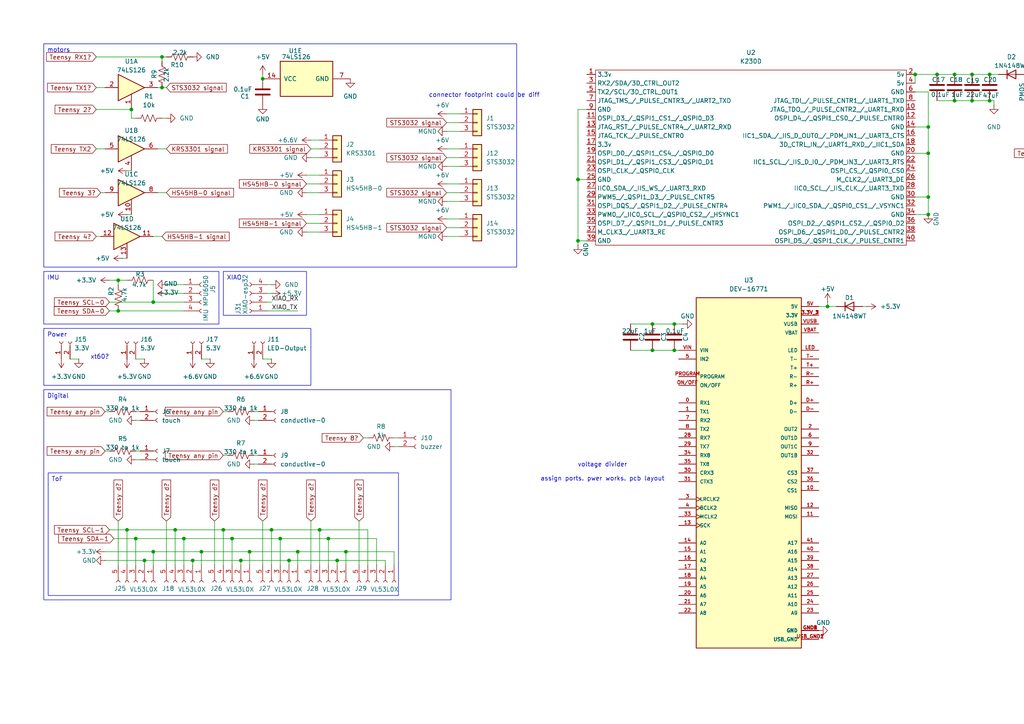
<source format=kicad_sch>
(kicad_sch (version 20250114) (generator "eeschema") (generator_version "9.0")
  (paper "A4")
  (lib_symbols
    (symbol "2026-01-05_00-17-44:TPS56A37RPAR" (pin_names (offset 0.254))
      (property "Reference" "U" (at 0 2.54 0))
      (property "Value" "TPS56A37RPAR" (at 0 0 0))
      (symbol "TPS56A37RPAR_0_1"
        (pin power_in line (at 0 0 0) (length 5.08) (name "VIN") (number "8"))
        (pin input line (at 0 -5.08 0) (length 5.08) (name "EN") (number "1"))
        (pin unspecified line (at 0 -17.78 0) (length 5.08) (name "SS") (number "5"))
        (pin unspecified line (at 0 -27.94 0) (length 5.08) (name "MODE") (number "10"))
        (pin unspecified line (at 35.56 0 180) (length 5.08) (name "BOOT") (number "7"))
        (pin unspecified line (at 35.56 -7.62 180) (length 5.08) (name "SW") (number "6"))
        (pin open_collector line (at 35.56 -12.7 180) (length 5.08) (name "PG") (number "4"))
        (pin unspecified line (at 35.56 -17.78 180) (length 5.08) (name "FB") (number "2"))
        (pin power_in line (at 35.56 -22.86 180) (length 5.08) (name "PGND") (number "9"))
        (pin power_in line (at 35.56 -27.94 180) (length 5.08) (name "AGND") (number "3"))
      )
    )
    (symbol "74xx:74LS126" (pin_names (offset 1.016))
      (property "Reference" "U" (at 0 1.27 0))
      (property "Value" "74LS126" (at 0 -1.27 0))
      (symbol "74LS126_1_0"
        (pin input line (at -7.62 0 0) (length 3.81) (name "~") (number "2"))
        (pin input line (at 0 -6.35 90) (length 4.445) (name "~") (number "1"))
        (pin tri_state line (at 7.62 0 180) (length 3.81) (name "~") (number "3"))
      )
      (symbol "74LS126_2_0"
        (pin input line (at -7.62 0 0) (length 3.81) (name "~") (number "5"))
        (pin input line (at 0 -6.35 90) (length 4.445) (name "~") (number "4"))
        (pin tri_state line (at 7.62 0 180) (length 3.81) (name "~") (number "6"))
      )
      (symbol "74LS126_3_0"
        (pin input line (at -7.62 0 0) (length 3.81) (name "~") (number "9"))
        (pin input line (at 0 -6.35 90) (length 4.445) (name "~") (number "10"))
        (pin tri_state line (at 7.62 0 180) (length 3.81) (name "~") (number "8"))
      )
      (symbol "74LS126_4_0"
        (pin input line (at -7.62 0 0) (length 3.81) (name "~") (number "12"))
        (pin input line (at 0 -6.35 90) (length 4.445) (name "~") (number "13"))
        (pin tri_state line (at 7.62 0 180) (length 3.81) (name "~") (number "11"))
      )
      (symbol "74LS126_5_0"
        (pin power_in line (at 0 12.7 270) (length 5.08) (name "VCC") (number "14"))
        (pin power_in line (at 0 -12.7 90) (length 5.08) (name "GND") (number "7"))
      )
    )
    (symbol "Connector:Conn_01x02_Socket" (pin_names (offset 1.016) (hide yes))
      (property "Reference" "J" (at 0 2.54 0))
      (property "Value" "Conn_01x02_Socket" (at 0 -5.08 0))
      (symbol "Conn_01x02_Socket_1_1"
        (pin passive line (at -5.08 0 0) (length 3.81) (name "Pin_1") (number "1"))
        (pin passive line (at -5.08 -2.54 0) (length 3.81) (name "Pin_2") (number "2"))
      )
    )
    (symbol "Connector:Conn_01x04_Socket" (pin_names (offset 1.016) (hide yes))
      (property "Reference" "J" (at 0 5.08 0))
      (property "Value" "Conn_01x04_Socket" (at 0 -7.62 0))
      (symbol "Conn_01x04_Socket_1_1"
        (pin passive line (at -5.08 2.54 0) (length 3.81) (name "Pin_1") (number "1"))
        (pin passive line (at -5.08 0 0) (length 3.81) (name "Pin_2") (number "2"))
        (pin passive line (at -5.08 -2.54 0) (length 3.81) (name "Pin_3") (number "3"))
        (pin passive line (at -5.08 -5.08 0) (length 3.81) (name "Pin_4") (number "4"))
      )
    )
    (symbol "Connector:Conn_01x05_Socket" (pin_names (offset 1.016) (hide yes))
      (property "Reference" "J" (at 0 7.62 0))
      (property "Value" "Conn_01x05_Socket" (at 0 -7.62 0))
      (symbol "Conn_01x05_Socket_1_1"
        (pin passive line (at -5.08 5.08 0) (length 3.81) (name "Pin_1") (number "1"))
        (pin passive line (at -5.08 2.54 0) (length 3.81) (name "Pin_2") (number "2"))
        (pin passive line (at -5.08 0 0) (length 3.81) (name "Pin_3") (number "3"))
        (pin passive line (at -5.08 -2.54 0) (length 3.81) (name "Pin_4") (number "4"))
        (pin passive line (at -5.08 -5.08 0) (length 3.81) (name "Pin_5") (number "5"))
      )
    )
    (symbol "Connector_Generic:Conn_01x02" (pin_names (offset 1.016) (hide yes))
      (property "Reference" "J" (at 0 2.54 0))
      (property "Value" "Conn_01x02" (at 0 -5.08 0))
      (symbol "Conn_01x02_1_1"
        (pin passive line (at -5.08 0 0) (length 3.81) (name "Pin_1") (number "1"))
        (pin passive line (at -5.08 -2.54 0) (length 3.81) (name "Pin_2") (number "2"))
      )
    )
    (symbol "Connector_Generic:Conn_01x03" (pin_names (offset 1.016) (hide yes))
      (property "Reference" "J" (at 0 5.08 0))
      (property "Value" "Conn_01x03" (at 0 -5.08 0))
      (symbol "Conn_01x03_1_1"
        (pin passive line (at -5.08 2.54 0) (length 3.81) (name "Pin_1") (number "1"))
        (pin passive line (at -5.08 0 0) (length 3.81) (name "Pin_2") (number "2"))
        (pin passive line (at -5.08 -2.54 0) (length 3.81) (name "Pin_3") (number "3"))
      )
    )
    (symbol "DEV-16771:DEV-16771" (pin_names (offset 1.016))
      (property "Reference" "U" (at -15.24 52.07 0))
      (property "Value" "DEV-16771" (at -15.24 -53.34 0))
      (symbol "DEV-16771_0_0"
        (pin input line (at -20.32 35.56 0) (length 5.08) (name "VIN") (number "VIN"))
        (pin bidirectional line (at -20.32 33.02 0) (length 5.08) (name "IN2") (number "5"))
        (pin bidirectional line (at -20.32 27.94 0) (length 5.08) (name "PROGRAM") (number "PROGRAM"))
        (pin bidirectional line (at -20.32 25.4 0) (length 5.08) (name "ON/OFF") (number "ON/OFF"))
        (pin bidirectional line (at -20.32 20.32 0) (length 5.08) (name "RX1") (number "0"))
        (pin bidirectional line (at -20.32 17.78 0) (length 5.08) (name "TX1") (number "1"))
        (pin bidirectional line (at -20.32 15.24 0) (length 5.08) (name "RX2") (number "7"))
        (pin bidirectional line (at -20.32 12.7 0) (length 5.08) (name "TX2") (number "8"))
        (pin bidirectional line (at -20.32 10.16 0) (length 5.08) (name "RX7") (number "28"))
        (pin bidirectional line (at -20.32 7.62 0) (length 5.08) (name "TX7") (number "29"))
        (pin bidirectional line (at -20.32 5.08 0) (length 5.08) (name "RX8") (number "34"))
        (pin bidirectional line (at -20.32 2.54 0) (length 5.08) (name "TX8") (number "35"))
        (pin bidirectional line (at -20.32 0 0) (length 5.08) (name "CRX3") (number "30"))
        (pin bidirectional line (at -20.32 -2.54 0) (length 5.08) (name "CTX3") (number "31"))
        (pin bidirectional clock (at -20.32 -7.62 0) (length 5.08) (name "LRCLK2") (number "3"))
        (pin bidirectional clock (at -20.32 -10.16 0) (length 5.08) (name "BCLK2") (number "4"))
        (pin bidirectional clock (at -20.32 -12.7 0) (length 5.08) (name "MCLK2") (number "33"))
        (pin bidirectional clock (at -20.32 -15.24 0) (length 5.08) (name "SCK") (number "13"))
        (pin bidirectional line (at -20.32 -20.32 0) (length 5.08) (name "A0") (number "14"))
        (pin bidirectional line (at -20.32 -22.86 0) (length 5.08) (name "A1") (number "15"))
        (pin bidirectional line (at -20.32 -25.4 0) (length 5.08) (name "A2") (number "16"))
        (pin bidirectional line (at -20.32 -27.94 0) (length 5.08) (name "A3") (number "17"))
        (pin bidirectional line (at -20.32 -30.48 0) (length 5.08) (name "A4") (number "18"))
        (pin bidirectional line (at -20.32 -33.02 0) (length 5.08) (name "A5") (number "19"))
        (pin bidirectional line (at -20.32 -35.56 0) (length 5.08) (name "A6") (number "20"))
        (pin bidirectional line (at -20.32 -38.1 0) (length 5.08) (name "A7") (number "21"))
        (pin bidirectional line (at -20.32 -40.64 0) (length 5.08) (name "A8") (number "22"))
        (pin power_in line (at 20.32 48.26 180) (length 5.08) (name "5V") (number "5V"))
        (pin power_in line (at 20.32 45.72 180) (length 5.08) (name "3.3V") (number "3.3V_1"))
        (pin power_in line (at 20.32 45.72 180) (length 5.08) (name "3.3V") (number "3.3V_2"))
        (pin power_in line (at 20.32 45.72 180) (length 5.08) (name "3.3V") (number "3.3V_3"))
        (pin passive line (at 20.32 43.18 180) (length 5.08) (name "VUSB") (number "VUSB"))
        (pin passive line (at 20.32 40.64 180) (length 5.08) (name "VBAT") (number "VBAT"))
        (pin bidirectional line (at 20.32 35.56 180) (length 5.08) (name "LED") (number "LED"))
        (pin bidirectional line (at 20.32 33.02 180) (length 5.08) (name "T-") (number "T-"))
        (pin bidirectional line (at 20.32 30.48 180) (length 5.08) (name "T+") (number "T+"))
        (pin bidirectional line (at 20.32 27.94 180) (length 5.08) (name "R-") (number "R-"))
        (pin bidirectional line (at 20.32 25.4 180) (length 5.08) (name "R+") (number "R+"))
        (pin bidirectional line (at 20.32 20.32 180) (length 5.08) (name "D+") (number "D+"))
        (pin bidirectional line (at 20.32 17.78 180) (length 5.08) (name "D-") (number "D-"))
        (pin output line (at 20.32 12.7 180) (length 5.08) (name "OUT2") (number "2"))
        (pin output line (at 20.32 10.16 180) (length 5.08) (name "OUT1D") (number "6"))
        (pin output line (at 20.32 7.62 180) (length 5.08) (name "OUT1C") (number "9"))
        (pin output line (at 20.32 5.08 180) (length 5.08) (name "OUT1B") (number "32"))
        (pin bidirectional line (at 20.32 0 180) (length 5.08) (name "CS3") (number "37"))
        (pin bidirectional line (at 20.32 -2.54 180) (length 5.08) (name "CS2") (number "36"))
        (pin bidirectional line (at 20.32 -5.08 180) (length 5.08) (name "CS1") (number "10"))
        (pin bidirectional line (at 20.32 -10.16 180) (length 5.08) (name "MISO") (number "12"))
        (pin bidirectional line (at 20.32 -12.7 180) (length 5.08) (name "MOSI") (number "11"))
        (pin bidirectional line (at 20.32 -20.32 180) (length 5.08) (name "A17") (number "41"))
        (pin bidirectional line (at 20.32 -22.86 180) (length 5.08) (name "A16") (number "40"))
        (pin bidirectional line (at 20.32 -25.4 180) (length 5.08) (name "A15") (number "39"))
        (pin bidirectional line (at 20.32 -27.94 180) (length 5.08) (name "A14") (number "38"))
        (pin bidirectional line (at 20.32 -30.48 180) (length 5.08) (name "A13") (number "27"))
        (pin bidirectional line (at 20.32 -33.02 180) (length 5.08) (name "A12") (number "26"))
        (pin bidirectional line (at 20.32 -35.56 180) (length 5.08) (name "A11") (number "25"))
        (pin bidirectional line (at 20.32 -38.1 180) (length 5.08) (name "A10") (number "24"))
        (pin bidirectional line (at 20.32 -40.64 180) (length 5.08) (name "A9") (number "23"))
        (pin power_in line (at 20.32 -45.72 180) (length 5.08) (name "GND") (number "GND1"))
        (pin power_in line (at 20.32 -45.72 180) (length 5.08) (name "GND") (number "GND2"))
        (pin power_in line (at 20.32 -45.72 180) (length 5.08) (name "GND") (number "GND3"))
        (pin power_in line (at 20.32 -45.72 180) (length 5.08) (name "GND") (number "GND4"))
        (pin power_in line (at 20.32 -45.72 180) (length 5.08) (name "GND") (number "GND5"))
        (pin power_in line (at 20.32 -48.26 180) (length 5.08) (name "USB_GND") (number "USB_GND1"))
        (pin power_in line (at 20.32 -48.26 180) (length 5.08) (name "USB_GND") (number "USB_GND2"))
      )
    )
    (symbol "Device:C" (pin_numbers (hide yes)) (pin_names (offset 0.254))
      (property "Reference" "C" (at 0.635 2.54 0))
      (property "Value" "C" (at 0.635 -2.54 0))
      (symbol "C_1_1"
        (pin passive line (at 0 3.81 270) (length 2.794) (name "~") (number "1"))
        (pin passive line (at 0 -3.81 90) (length 2.794) (name "~") (number "2"))
      )
    )
    (symbol "Device:C_Small" (pin_numbers (hide yes)) (pin_names (offset 0.254) (hide yes))
      (property "Reference" "C" (at 0.254 1.778 0))
      (property "Value" "C_Small" (at 0.254 -2.032 0))
      (symbol "C_Small_1_1"
        (pin passive line (at 0 2.54 270) (length 2.032) (name "~") (number "1"))
        (pin passive line (at 0 -2.54 90) (length 2.032) (name "~") (number "2"))
      )
    )
    (symbol "Device:L" (pin_numbers (hide yes)) (pin_names (offset 1.016) (hide yes))
      (property "Reference" "L" (at -1.27 0 90))
      (property "Value" "L" (at 1.905 0 90))
      (symbol "L_1_1"
        (pin passive line (at 0 3.81 270) (length 1.27) (name "1") (number "1"))
        (pin passive line (at 0 -3.81 90) (length 1.27) (name "2") (number "2"))
      )
    )
    (symbol "Device:R_US" (pin_numbers (hide yes)) (pin_names (offset 0))
      (property "Reference" "R" (at 2.54 0 90))
      (property "Value" "R_US" (at -2.54 0 90))
      (symbol "R_US_1_1"
        (pin passive line (at 0 3.81 270) (length 1.27) (name "~") (number "1"))
        (pin passive line (at 0 -3.81 90) (length 1.27) (name "~") (number "2"))
      )
    )
    (symbol "Diode:1N4148WT" (pin_numbers (hide yes)) (pin_names (hide yes))
      (property "Reference" "D" (at 0 2.54 0))
      (property "Value" "1N4148WT" (at 0 -2.54 0))
      (symbol "1N4148WT_1_1"
        (pin passive line (at -3.81 0 0) (length 2.54) (name "K") (number "1"))
        (pin passive line (at 3.81 0 180) (length 2.54) (name "A") (number "2"))
      )
    )
    (symbol "GF-126-0159:GF-126-0159" (pin_names (offset 1.016))
      (property "Reference" "S" (at -5.08 10.922 0))
      (property "Value" "GF-126-0159" (at -5.08 -12.7 0))
      (symbol "GF-126-0159_0_0"
        (pin passive line (at -7.62 5.08 0) (length 2.54) (name "~") (number "2"))
        (pin passive line (at -7.62 -5.08 0) (length 2.54) (name "~") (number "5"))
        (pin passive line (at 7.62 7.62 180) (length 2.54) (name "~") (number "1"))
        (pin passive line (at 7.62 2.54 180) (length 2.54) (name "~") (number "3"))
        (pin passive line (at 7.62 -2.54 180) (length 2.54) (name "~") (number "4"))
        (pin passive line (at 7.62 -7.62 180) (length 2.54) (name "~") (number "6"))
      )
    )
    (symbol "K230D:K230D-Zero"
      (property "Reference" "U" (at 0 0 0))
      (property "Value" "K230D" (at 0 0 0))
      (symbol "K230D-Zero_1_1"
        (pin power_in line (at -1.27 -2.54 0) (length 2.54) (name "3.3v") (number "1"))
        (pin input line (at -1.27 -5.08 0) (length 2.54) (name "RX2/SDA/3D_CTRL_OUT2") (number "3"))
        (pin bidirectional line (at -1.27 -7.62 0) (length 2.54) (name "TX2/SCL/3D_CTRL_OUT1") (number "5"))
        (pin output line (at -1.27 -10.16 0) (length 2.54) (name "JTAG_TMS_/_PULSE_CNTR3_/_UART2_TXD") (number "7"))
        (pin bidirectional line (at -1.27 -12.7 0) (length 2.54) (name "GND") (number "9"))
        (pin bidirectional line (at -1.27 -15.24 0) (length 2.54) (name "OSPI_D3_/_QSPI1_CS1_/_QSPI0_D3") (number "11"))
        (pin bidirectional line (at -1.27 -17.78 0) (length 2.54) (name "JTAG_RST_/_PULSE_CNTR4_/_UART2_RXD") (number "13"))
        (pin bidirectional line (at -1.27 -20.32 0) (length 2.54) (name "JTAG_TCK_/_PULSE_CNTR0") (number "15"))
        (pin bidirectional line (at -1.27 -22.86 0) (length 2.54) (name "3.3v") (number "17"))
        (pin bidirectional line (at -1.27 -25.4 0) (length 2.54) (name "OSPI_D0_/_QSPI1_CS4_/_QSPI0_D0") (number "19"))
        (pin bidirectional line (at -1.27 -27.94 0) (length 2.54) (name "OSPI_D1_/_QSPI1_CS3_/_QSPI0_D1") (number "21"))
        (pin bidirectional line (at -1.27 -30.48 0) (length 2.54) (name "OSPI_CLK_/_QSPI0_CLK") (number "23"))
        (pin bidirectional line (at -1.27 -33.02 0) (length 2.54) (name "GND") (number "25"))
        (pin bidirectional line (at -1.27 -35.56 0) (length 2.54) (name "IIC0_SDA_/_IIS_WS_/_UART3_RXD") (number "27"))
        (pin bidirectional line (at -1.27 -38.1 0) (length 2.54) (name "PWM5_/_QSPI1_D3_/_PULSE_CNTR5") (number "29"))
        (pin bidirectional line (at -1.27 -40.64 0) (length 2.54) (name "OSPI_DQS_/_QSPI1_D2_/_PULSE_CNTR4") (number "31"))
        (pin bidirectional line (at -1.27 -43.18 0) (length 2.54) (name "PWM0_/_IIC0_SCL_/_QSPI0_CS2_/_HSYNC1") (number "33"))
        (pin bidirectional line (at -1.27 -45.72 0) (length 2.54) (name "OSPI_D7_/_QSPI1_D1_/_PULSE_CNTR3") (number "35"))
        (pin bidirectional line (at -1.27 -48.26 0) (length 2.54) (name "M_CLK3_/_UART3_RE	") (number "37"))
        (pin bidirectional line (at -1.27 -50.8 0) (length 2.54) (name "GND") (number "39"))
        (pin power_in line (at 93.98 -2.54 180) (length 2.54) (name "5v") (number "2"))
        (pin bidirectional line (at 93.98 -5.08 180) (length 2.54) (name "5v") (number "4"))
        (pin bidirectional line (at 93.98 -7.62 180) (length 2.54) (name "GND") (number "6"))
        (pin bidirectional line (at 93.98 -10.16 180) (length 2.54) (name "JTAG_TDI_/_PULSE_CNTR1_/_UART1_TXD") (number "8"))
        (pin bidirectional line (at 93.98 -12.7 180) (length 2.54) (name "JTAG_TDO_/_PULSE_CNTR2_/_UART1_RXD") (number "10"))
        (pin bidirectional line (at 93.98 -15.24 180) (length 2.54) (name "OSPI_D4_/_QSPI1_CS0_/_PULSE_CNTR0") (number "12"))
        (pin bidirectional line (at 93.98 -17.78 180) (length 2.54) (name "GND") (number "14"))
        (pin bidirectional line (at 93.98 -20.32 180) (length 2.54) (name "IIC1_SDA_/_IIS_D_OUT0_/_PDM_IN1_/_UART3_CTS") (number "16"))
        (pin bidirectional line (at 93.98 -22.86 180) (length 2.54) (name "3D_CTRL_IN_/_UART1_RXD_/_IIC1_SDA") (number "18"))
        (pin bidirectional line (at 93.98 -25.4 180) (length 2.54) (name "GND") (number "20"))
        (pin bidirectional line (at 93.98 -27.94 180) (length 2.54) (name "IIC1_SCL_/_IIS_D_I0_/_PDM_IN3_/_UART3_RTS") (number "22"))
        (pin bidirectional line (at 93.98 -30.48 180) (length 2.54) (name "OSPI_CS_/_QSPI0_CS0") (number "24"))
        (pin bidirectional line (at 93.98 -33.02 180) (length 2.54) (name "M_CLK2_/_UART3_DE") (number "26"))
        (pin bidirectional line (at 93.98 -35.56 180) (length 2.54) (name "IIC0_SCL_/_IIS_CLK_/_UART3_TXD") (number "28"))
        (pin bidirectional line (at 93.98 -38.1 180) (length 2.54) (name "GND") (number "30"))
        (pin bidirectional line (at 93.98 -40.64 180) (length 2.54) (name "PWM1_/_IIC0_SDA_/_QSPI0_CS1_/_VSYNC1") (number "32"))
        (pin bidirectional line (at 93.98 -43.18 180) (length 2.54) (name "GND") (number "34"))
        (pin bidirectional line (at 93.98 -45.72 180) (length 2.54) (name "OSPI_D2_/_QSPI1_CS2_/_QSPI0_D2") (number "36"))
        (pin bidirectional line (at 93.98 -48.26 180) (length 2.54) (name "OSPI_D6_/_QSPI1_D0_/_PULSE_CNTR2") (number "38"))
        (pin bidirectional line (at 93.98 -50.8 180) (length 2.54) (name "OSPI_D5_/_QSPI1_CLK_/_PULSE_CNTR1") (number "40"))
      )
    )
    (symbol "Regulator_Switching:AP63201WU"
      (property "Reference" "U" (at -7.62 6.35 0))
      (property "Value" "AP63201WU" (at 2.54 6.35 0))
      (symbol "AP63201WU_1_1"
        (pin power_in line (at -10.16 2.54 0) (length 2.54) (name "IN") (number "3"))
        (pin input line (at -10.16 -2.54 0) (length 2.54) (name "EN") (number "2"))
        (pin power_in line (at 0 -7.62 90) (length 2.54) (name "GND") (number "4"))
        (pin output line (at 10.16 2.54 180) (length 2.54) (name "SW") (number "5"))
        (pin passive line (at 10.16 0 180) (length 2.54) (name "BST") (number "6"))
        (pin input line (at 10.16 -2.54 180) (length 2.54) (name "FB") (number "1"))
      )
    )
    (symbol "Simulation_SPICE:PMOS" (pin_numbers (hide yes)) (pin_names (offset 0))
      (property "Reference" "Q" (at 5.08 1.27 0))
      (property "Value" "PMOS" (at 5.08 -1.27 0))
      (symbol "PMOS_1_1"
        (pin input line (at -5.08 0 0) (length 2.54) (name "G") (number "2"))
        (pin passive line (at 2.54 5.08 270) (length 2.54) (name "D") (number "1"))
        (pin passive line (at 2.54 -5.08 90) (length 2.54) (name "S") (number "3"))
      )
    )
    (symbol "Transistor_BJT:SS8050" (pin_names (offset 0) (hide yes))
      (property "Reference" "Q" (at 5.08 1.905 0))
      (property "Value" "SS8050" (at 5.08 0 0))
      (symbol "SS8050_1_1"
        (pin input line (at -5.08 0 0) (length 2.54) (name "B") (number "1"))
        (pin passive line (at 2.54 5.08 270) (length 2.54) (name "C") (number "3"))
        (pin passive line (at 2.54 -5.08 90) (length 2.54) (name "E") (number "2"))
      )
    )
    (symbol "power:+1V0" (power) (pin_numbers (hide yes)) (pin_names (offset 0) (hide yes))
      (property "Value" "+1V0" (at 0 3.556 0))
      (symbol "+1V0_1_1"
        (pin power_in line (at 0 0 90) (length 0) (name "~") (number "1"))
      )
    )
    (symbol "power:+3.3V" (power) (pin_numbers (hide yes)) (pin_names (offset 0) (hide yes))
      (property "Value" "+3.3V" (at 0 3.556 0))
      (symbol "+3.3V_1_1"
        (pin power_in line (at 0 0 90) (length 0) (name "~") (number "1"))
      )
    )
    (symbol "power:+5V" (power) (pin_numbers (hide yes)) (pin_names (offset 0) (hide yes))
      (property "Value" "+5V" (at 0 3.556 0))
      (symbol "+5V_1_1"
        (pin power_in line (at 0 0 90) (length 0) (name "~") (number "1"))
      )
    )
    (symbol "power:+6V" (power) (pin_numbers (hide yes)) (pin_names (offset 0) (hide yes))
      (property "Value" "+6V" (at 0 3.556 0))
      (symbol "+6V_1_1"
        (pin power_in line (at 0 0 90) (length 0) (name "~") (number "1"))
      )
    )
    (symbol "power:Earth" (power) (pin_numbers (hide yes)) (pin_names (offset 0) (hide yes))
      (property "Value" "Earth" (at 0 -3.81 0))
      (symbol "Earth_1_1"
        (pin power_in line (at 0 0 270) (length 0) (name "~") (number "1"))
      )
    )
    (symbol "power:GND" (power) (pin_numbers (hide yes)) (pin_names (offset 0) (hide yes))
      (property "Value" "GND" (at 0 -3.81 0))
      (symbol "GND_1_1"
        (pin power_in line (at 0 0 270) (length 0) (name "~") (number "1"))
      )
    )
  )
  (rectangle (start 189.23 -177.8) (end 267.97 -123.19))
  (rectangle (start 19.05 -177.8) (end 182.88 -19.05))
  (text "voltage divider\n\nassign ports. pwer works. pcb layout" (at 174.752 136.906 0) (effects (font (size 1.27 1.27))))
  (text "Power Switches\n" (at 197.104 -176.276 0) (effects (font (size 1.27 1.27))))
  (text "xt60?" (at 28.956 103.632 0) (effects (font (size 1.27 1.27))))
  (text "Regulators\n" (at 25.146 -175.514 0) (effects (font (size 1.27 1.27))))
  (text "power mannagement + protection ciruit\nbattery 2500mAh 6.6v 70C\n\n5v- k230~camera, xiao~camera, teency, 74HC126, HS45HB\n3.3v- MPU6050, VL53L0X, touch, conductive sensor, voltage dividor\n6.6v- KRS3301, STS3032\n\n----brief brainstorm-------\n1. DCDC Converter (5V 3A) - Unit 1\n\nAssignment: System A (AI Camera)\n\nExplanation: Dedicated exclusively to the K230. It isolates the camera from noise and prevents it from rebooting due to voltage drops caused by motors.\n\n2. DCDC Converter (5V 3A) - Unit 2\n\nAssignment: System B (Control & Standard Servos)\n\nExplanation: Powers the Teensy, XIAO, 74HC126, and HS-45HB servos. It handles the load of the standard servos while supplying logic power to the microcontrollers.\n\n3. Voltage Regulator (3.3V 1A)\n\nAssignment: System C (Sensors)\n\nExplanation: Powers the VL53L0X array (x10) and MPU6050. This is necessary because the Teensy's onboard 3.3V output does not have enough current capacity for 10 sensors.\n\n4. Schottky Barrier Diode\n\nAssignment: Protection Circuit\n\nExplanation: Placed between the 5V power source and the XIAO. It prevents reverse current from flowing back into your computer when the XIAO is connected via USB.\n" (at 107.442 247.142 0) (effects (font (size 1.27 1.27))))
  (text "connector footprint could be diff" (at 140.462 27.686 0) (effects (font (size 1.27 1.27))))
  (text_box "motors\n" (at 12.7 12.7 0) (size 137.16 64.77) (margins 0.9525 0.9525 0.9525 0.9525) (effects (font (size 1.27 1.27)) (justify left top)))
  (text_box "ToF" (at 13.97 137.16 0) (size 101.6 35.56) (margins 0.9525 0.9525 0.9525 0.9525) (effects (font (size 1.27 1.27)) (justify left top)))
  (text_box "IMU" (at 12.7 78.74 0) (size 50.8 15.24) (margins 0.9525 0.9525 0.9525 0.9525) (effects (font (size 1.27 1.27)) (justify left top)))
  (text_box "XIAO" (at -80.01 -48.26 0) (size 50.8 39.37) (margins 0.9525 0.9525 0.9525 0.9525) (effects (font (size 1.27 1.27)) (justify left top)))
  (text_box "Power" (at 12.7 95.25 0) (size 77.47 16.51) (margins 0.9525 0.9525 0.9525 0.9525) (effects (font (size 1.27 1.27)) (justify left top)))
  (text_box "XIAO" (at 64.77 78.74 0) (size 24.13 12.7) (margins 0.9525 0.9525 0.9525 0.9525) (effects (font (size 1.27 1.27)) (justify left top)))
  (text_box "Digital" (at 12.7 113.03 0) (size 118.11 60.96) (margins 0.9525 0.9525 0.9525 0.9525) (effects (font (size 1.27 1.27)) (justify left top)))
  (junction (at 64.77 153.67))
  (junction (at 100.33 -33.02))
  (junction (at 38.1 31.75))
  (junction (at 52.07 -163.83))
  (junction (at 269.24 57.15))
  (junction (at 162.56 -163.83))
  (junction (at 104.14 -69.85))
  (junction (at 111.76 -77.47))
  (junction (at 50.8 153.67))
  (junction (at 254 -144.78))
  (junction (at 53.34 156.21))
  (junction (at 236.22 -142.24))
  (junction (at 76.2 -77.47))
  (junction (at 78.74 153.67))
  (junction (at 151.13 -158.75))
  (junction (at 189.23 93.98))
  (junction (at 119.38 -97.79))
  (junction (at 92.71 153.67))
  (junction (at 36.83 153.67))
  (junction (at 195.58 93.98))
  (junction (at 46.99 25.4))
  (junction (at 276.86 29.21))
  (junction (at 48.26 -80.01))
  (junction (at 195.58 101.6))
  (junction (at 39.37 156.21))
  (junction (at 44.45 160.02))
  (junction (at 48.26 -107.95))
  (junction (at 41.91 -107.95))
  (junction (at 119.38 -69.85))
  (junction (at 38.1 -43.18))
  (junction (at 119.38 -156.21))
  (junction (at 55.88 162.56))
  (junction (at 167.64 52.07))
  (junction (at 76.2 22.86))
  (junction (at 41.91 -80.01))
  (junction (at 269.24 36.83))
  (junction (at 107.95 -40.64))
  (junction (at 67.31 156.21))
  (junction (at 44.45 87.63))
  (junction (at 287.02 21.59))
  (junction (at 81.28 156.21))
  (junction (at 44.45 -43.18))
  (junction (at 39.37 -163.83))
  (junction (at 45.72 -163.83))
  (junction (at 72.39 -40.64))
  (junction (at 46.99 16.51))
  (junction (at 107.95 -163.83))
  (junction (at 86.36 160.02))
  (junction (at 309.88 26.67))
  (junction (at 129.54 -148.59))
  (junction (at 271.78 21.59))
  (junction (at 92.71 -97.79))
  (junction (at 129.54 -156.21))
  (junction (at 111.76 -105.41))
  (junction (at 240.03 88.9))
  (junction (at 151.13 -163.83))
  (junction (at 41.91 162.56))
  (junction (at 104.14 -105.41))
  (junction (at 92.71 -69.85))
  (junction (at 105.41 -135.89))
  (junction (at 88.9 -40.64))
  (junction (at 58.42 160.02))
  (junction (at 281.94 21.59))
  (junction (at 34.29 90.17))
  (junction (at 138.43 -163.83))
  (junction (at 92.71 -105.41))
  (junction (at 269.24 62.23))
  (junction (at 95.25 156.21))
  (junction (at 129.54 -163.83))
  (junction (at 226.06 -144.78))
  (junction (at 276.86 21.59))
  (junction (at 83.82 162.56))
  (junction (at 88.9 -33.02))
  (junction (at 281.94 29.21))
  (junction (at 189.23 101.6))
  (junction (at 100.33 160.02))
  (junction (at 39.37 -158.75))
  (junction (at 97.79 162.56))
  (junction (at 100.33 -40.64))
  (junction (at 115.57 -40.64))
  (junction (at 287.02 29.21))
  (junction (at 207.01 -142.24))
  (junction (at 265.43 21.59))
  (junction (at 104.14 -77.47))
  (junction (at 34.29 -163.83))
  (junction (at 72.39 160.02))
  (junction (at 119.38 -163.83))
  (junction (at 269.24 44.45))
  (junction (at 119.38 -105.41))
  (junction (at 104.14 -97.79))
  (junction (at 92.71 -77.47))
  (junction (at 115.57 -33.02))
  (junction (at 167.64 69.85))
  (junction (at 119.38 -77.47))
  (junction (at 76.2 -105.41))
  (junction (at 34.29 81.28))
  (junction (at 69.85 162.56))
  (wire (pts (xy 170.18 52.07) (xy 167.64 52.07)))
  (wire (pts (xy 85.09 -40.64) (xy 88.9 -40.64)))
  (wire (pts (xy 39.37 119.38) (xy 40.64 119.38)))
  (wire (pts (xy 92.71 -69.85) (xy 73.66 -69.85)))
  (wire (pts (xy 90.17 151.13) (xy 90.17 163.83)))
  (wire (pts (xy 52.07 -163.83) (xy 52.07 -158.75)))
  (wire (pts (xy 265.43 44.45) (xy 269.24 44.45)))
  (wire (pts (xy 64.77 163.83) (xy 64.77 153.67)))
  (wire (pts (xy 48.26 34.29) (xy 46.99 34.29)))
  (wire (pts (xy 64.77 119.38) (xy 66.04 119.38)))
  (wire (pts (xy 100.33 -33.02) (xy 88.9 -33.02)))
  (wire (pts (xy 88.9 55.88) (xy 92.71 55.88)))
  (wire (pts (xy 50.8 -107.95) (xy 48.26 -107.95)))
  (wire (pts (xy 52.07 -163.83) (xy 60.96 -163.83)))
  (wire (pts (xy 81.28 163.83) (xy 81.28 156.21)))
  (wire (pts (xy 38.1 34.29) (xy 38.1 31.75)))
  (wire (pts (xy -50.8 -25.4) (xy -44.45 -25.4)))
  (wire (pts (xy 167.64 31.75) (xy 167.64 52.07)))
  (wire (pts (xy 34.29 90.17) (xy 53.34 90.17)))
  (wire (pts (xy 236.22 -167.64) (xy 243.84 -167.64)))
  (wire (pts (xy 129.54 55.88) (xy 133.35 55.88)))
  (wire (pts (xy 119.38 -163.83) (xy 129.54 -163.83)))
  (wire (pts (xy 129.54 43.18) (xy 133.35 43.18)))
  (wire (pts (xy 72.39 160.02) (xy 58.42 160.02)))
  (wire (pts (xy 44.45 -43.18) (xy 38.1 -43.18)))
  (wire (pts (xy 81.28 -105.41) (xy 76.2 -105.41)))
  (wire (pts (xy 107.95 -163.83) (xy 109.22 -163.83)))
  (wire (pts (xy 71.12 -85.09) (xy 76.2 -85.09)))
  (wire (pts (xy 265.43 21.59) (xy 265.43 24.13)))
  (wire (pts (xy 39.37 163.83) (xy 39.37 156.21)))
  (wire (pts (xy 67.31 -48.26) (xy 72.39 -48.26)))
  (wire (pts (xy 129.54 45.72) (xy 133.35 45.72)))
  (wire (pts (xy 67.31 -43.18) (xy 67.31 -48.26)))
  (wire (pts (xy 254 -144.78) (xy 251.46 -144.78)))
  (wire (pts (xy 55.88 -135.89) (xy 60.96 -135.89)))
  (wire (pts (xy 44.45 -38.1) (xy 44.45 -43.18)))
  (wire (pts (xy 67.31 163.83) (xy 67.31 156.21)))
  (wire (pts (xy 39.37 121.92) (xy 40.64 121.92)))
  (wire (pts (xy 281.94 29.21) (xy 287.02 29.21)))
  (wire (pts (xy 116.84 -163.83) (xy 119.38 -163.83)))
  (wire (pts (xy 100.33 163.83) (xy 100.33 160.02)))
  (wire (pts (xy 74.93 132.08) (xy 73.66 132.08)))
  (wire (pts (xy 300.99 21.59) (xy 297.18 21.59)))
  (wire (pts (xy 81.28 156.21) (xy 67.31 156.21)))
  (wire (pts (xy 118.11 -40.64) (xy 115.57 -40.64)))
  (wire (pts (xy 240.03 87.63) (xy 240.03 88.9)))
  (wire (pts (xy 129.54 -148.59) (xy 129.54 -135.89)))
  (wire (pts (xy 55.88 163.83) (xy 55.88 162.56)))
  (wire (pts (xy 39.37 133.35) (xy 40.64 133.35)))
  (wire (pts (xy 71.12 -105.41) (xy 76.2 -105.41)))
  (wire (pts (xy 69.85 -38.1) (xy 67.31 -38.1)))
  (wire (pts (xy 58.42 163.83) (xy 58.42 160.02)))
  (wire (pts (xy 50.8 153.67) (xy 36.83 153.67)))
  (wire (pts (xy 55.88 162.56) (xy 41.91 162.56)))
  (wire (pts (xy 88.9 -105.41) (xy 92.71 -105.41)))
  (wire (pts (xy 226.06 -144.78) (xy 222.25 -144.78)))
  (wire (pts (xy 237.49 88.9) (xy 240.03 88.9)))
  (wire (pts (xy 48.26 151.13) (xy 48.26 163.83)))
  (wire (pts (xy 88.9 62.23) (xy 92.71 62.23)))
  (wire (pts (xy 207.01 -166.37) (xy 207.01 -142.24)))
  (wire (pts (xy 95.25 156.21) (xy 81.28 156.21)))
  (wire (pts (xy 83.82 163.83) (xy 83.82 162.56)))
  (wire (pts (xy 129.54 -149.86) (xy 129.54 -148.59)))
  (wire (pts (xy 92.71 153.67) (xy 78.74 153.67)))
  (wire (pts (xy 281.94 21.59) (xy 287.02 21.59)))
  (wire (pts (xy 44.45 160.02) (xy 44.45 163.83)))
  (wire (pts (xy 97.79 162.56) (xy 83.82 162.56)))
  (wire (pts (xy 31.75 81.28) (xy 34.29 81.28)))
  (wire (pts (xy 34.29 151.13) (xy 34.29 163.83)))
  (wire (pts (xy 88.9 64.77) (xy 92.71 64.77)))
  (wire (pts (xy 92.71 163.83) (xy 92.71 153.67)))
  (wire (pts (xy 96.52 -163.83) (xy 101.6 -163.83)))
  (wire (pts (xy 20.32 104.14) (xy 22.86 104.14)))
  (wire (pts (xy 106.68 -163.83) (xy 107.95 -163.83)))
  (wire (pts (xy 73.66 134.62) (xy 74.93 134.62)))
  (wire (pts (xy 29.21 55.88) (xy 30.48 55.88)))
  (wire (pts (xy 46.99 25.4) (xy 48.26 25.4)))
  (wire (pts (xy 62.23 151.13) (xy 62.23 163.83)))
  (wire (pts (xy 45.72 43.18) (xy 48.26 43.18)))
  (wire (pts (xy 74.93 119.38) (xy 73.66 119.38)))
  (wire (pts (xy 138.43 -158.75) (xy 151.13 -158.75)))
  (wire (pts (xy 50.8 -102.87) (xy 48.26 -102.87)))
  (wire (pts (xy 71.12 -77.47) (xy 76.2 -77.47)))
  (wire (pts (xy 106.68 163.83) (xy 106.68 153.67)))
  (wire (pts (xy 162.56 -163.83) (xy 173.99 -163.83)))
  (wire (pts (xy 36.83 49.53) (xy 38.1 49.53)))
  (wire (pts (xy 189.23 93.98) (xy 195.58 93.98)))
  (wire (pts (xy 254 -144.78) (xy 254 -134.62)))
  (wire (pts (xy 119.38 -69.85) (xy 111.76 -69.85)))
  (wire (pts (xy 27.94 43.18) (xy 30.48 43.18)))
  (wire (pts (xy 97.79 163.83) (xy 97.79 162.56)))
  (wire (pts (xy 73.66 -74.93) (xy 71.12 -74.93)))
  (wire (pts (xy 107.95 -40.64) (xy 100.33 -40.64)))
  (wire (pts (xy 78.74 85.09) (xy 77.47 85.09)))
  (wire (pts (xy 100.33 160.02) (xy 86.36 160.02)))
  (wire (pts (xy 104.14 -69.85) (xy 92.71 -69.85)))
  (wire (pts (xy 167.64 69.85) (xy 167.64 71.12)))
  (wire (pts (xy 60.96 -66.04) (xy 60.96 -69.85)))
  (wire (pts (xy 271.78 21.59) (xy 276.86 21.59)))
  (wire (pts (xy 73.66 121.92) (xy 74.93 121.92)))
  (wire (pts (xy 265.43 36.83) (xy 269.24 36.83)))
  (wire (pts (xy 104.14 -77.47) (xy 92.71 -77.47)))
  (wire (pts (xy 254 -149.86) (xy 254 -144.78)))
  (wire (pts (xy 45.72 -158.75) (xy 39.37 -158.75)))
  (wire (pts (xy -59.69 -25.4) (xy -58.42 -25.4)))
  (wire (pts (xy 119.38 -146.05) (xy 119.38 -156.21)))
  (wire (pts (xy 232.41 -132.08) (xy 232.41 -142.24)))
  (wire (pts (xy 78.74 82.55) (xy 77.47 82.55)))
  (wire (pts (xy 73.66 -97.79) (xy 73.66 -102.87)))
  (wire (pts (xy 129.54 53.34) (xy 133.35 53.34)))
  (wire (pts (xy 27.94 25.4) (xy 30.48 25.4)))
  (wire (pts (xy 48.26 -102.87) (xy 48.26 -107.95)))
  (wire (pts (xy 50.8 -80.01) (xy 48.26 -80.01)))
  (wire (pts (xy 170.18 69.85) (xy 167.64 69.85)))
  (wire (pts (xy 64.77 132.08) (xy 66.04 132.08)))
  (wire (pts (xy 39.37 34.29) (xy 38.1 34.29)))
  (wire (pts (xy 27.94 31.75) (xy 38.1 31.75)))
  (wire (pts (xy 34.29 -158.75) (xy 39.37 -158.75)))
  (wire (pts (xy 276.86 29.21) (xy 281.94 29.21)))
  (wire (pts (xy 69.85 -33.02) (xy 69.85 -38.1)))
  (wire (pts (xy -45.72 -27.94) (xy -44.45 -27.94)))
  (wire (pts (xy 53.34 156.21) (xy 67.31 156.21)))
  (wire (pts (xy 45.72 25.4) (xy 46.99 25.4)))
  (wire (pts (xy 308.61 26.67) (xy 309.88 26.67)))
  (wire (pts (xy 88.9 67.31) (xy 92.71 67.31)))
  (wire (pts (xy 57.15 -29.21) (xy 57.15 -33.02)))
  (wire (pts (xy 105.41 -135.89) (xy 96.52 -135.89)))
  (wire (pts (xy 106.68 153.67) (xy 92.71 153.67)))
  (wire (pts (xy 88.9 -33.02) (xy 69.85 -33.02)))
  (wire (pts (xy 226.06 -144.78) (xy 226.06 -134.62)))
  (wire (pts (xy 73.66 -102.87) (xy 71.12 -102.87)))
  (wire (pts (xy 115.57 -33.02) (xy 107.95 -33.02)))
  (wire (pts (xy 269.24 57.15) (xy 269.24 62.23)))
  (wire (pts (xy 138.43 -163.83) (xy 151.13 -163.83)))
  (wire (pts (xy 111.76 -105.41) (xy 119.38 -105.41)))
  (wire (pts (xy 36.83 74.93) (xy 35.56 74.93)))
  (wire (pts (xy 71.12 -113.03) (xy 76.2 -113.03)))
  (wire (pts (xy 36.83 163.83) (xy 36.83 153.67)))
  (wire (pts (xy 58.42 104.14) (xy 60.96 104.14)))
  (wire (pts (xy 96.52 -140.97) (xy 99.06 -140.97)))
  (wire (pts (xy 71.12 -107.95) (xy 71.12 -113.03)))
  (wire (pts (xy 46.99 16.51) (xy 48.26 16.51)))
  (wire (pts (xy 44.45 81.28) (xy 44.45 87.63)))
  (wire (pts (xy 96.52 -156.21) (xy 107.95 -156.21)))
  (wire (pts (xy 39.37 -163.83) (xy 45.72 -163.83)))
  (wire (pts (xy 104.14 151.13) (xy 104.14 163.83)))
  (wire (pts (xy 67.31 -40.64) (xy 72.39 -40.64)))
  (wire (pts (xy 111.76 -77.47) (xy 119.38 -77.47)))
  (wire (pts (xy 52.07 -158.75) (xy 60.96 -158.75)))
  (wire (pts (xy 265.43 57.15) (xy 269.24 57.15)))
  (wire (pts (xy 41.91 162.56) (xy 41.91 163.83)))
  (wire (pts (xy 76.2 21.59) (xy 76.2 22.86)))
  (wire (pts (xy 107.95 -156.21) (xy 107.95 -163.83)))
  (wire (pts (xy 119.38 -97.79) (xy 111.76 -97.79)))
  (wire (pts (xy 30.48 160.02) (xy 44.45 160.02)))
  (wire (pts (xy 27.94 68.58) (xy 29.21 68.58)))
  (wire (pts (xy 288.29 30.48) (xy 288.29 29.21)))
  (wire (pts (xy 81.28 -77.47) (xy 76.2 -77.47)))
  (wire (pts (xy 121.92 -105.41) (xy 119.38 -105.41)))
  (wire (pts (xy 50.8 163.83) (xy 50.8 153.67)))
  (wire (pts (xy 44.45 87.63) (xy 53.34 87.63)))
  (wire (pts (xy 109.22 156.21) (xy 95.25 156.21)))
  (wire (pts (xy 121.92 -77.47) (xy 119.38 -77.47)))
  (wire (pts (xy 80.01 -125.73) (xy 71.12 -125.73)))
  (wire (pts (xy 96.52 -146.05) (xy 119.38 -146.05)))
  (wire (pts (xy 287.02 21.59) (xy 289.56 21.59)))
  (wire (pts (xy 36.83 62.23) (xy 38.1 62.23)))
  (wire (pts (xy 45.72 55.88) (xy 48.26 55.88)))
  (wire (pts (xy 232.41 -142.24) (xy 236.22 -142.24)))
  (wire (pts (xy 162.56 -163.83) (xy 151.13 -163.83)))
  (wire (pts (xy 45.72 -163.83) (xy 52.07 -163.83)))
  (wire (pts (xy 276.86 21.59) (xy 281.94 21.59)))
  (wire (pts (xy 236.22 -132.08) (xy 232.41 -132.08)))
  (wire (pts (xy 189.23 101.6) (xy 195.58 101.6)))
  (wire (pts (xy 90.17 40.64) (xy 92.71 40.64)))
  (wire (pts (xy 71.12 -80.01) (xy 71.12 -85.09)))
  (wire (pts (xy 48.26 -74.93) (xy 48.26 -80.01)))
  (wire (pts (xy 30.48 130.81) (xy 31.75 130.81)))
  (wire (pts (xy 88.9 50.8) (xy 92.71 50.8)))
  (wire (pts (xy 46.99 -43.18) (xy 44.45 -43.18)))
  (wire (pts (xy 34.29 81.28) (xy 34.29 82.55)))
  (wire (pts (xy 48.26 -80.01) (xy 41.91 -80.01)))
  (wire (pts (xy 86.36 163.83) (xy 86.36 160.02)))
  (wire (pts (xy 30.48 119.38) (xy 31.75 119.38)))
  (wire (pts (xy 316.23 44.45) (xy 316.23 43.18)))
  (wire (pts (xy 195.58 101.6) (xy 196.85 101.6)))
  (wire (pts (xy 226.06 -134.62) (xy 222.25 -134.62)))
  (wire (pts (xy 44.45 68.58) (xy 46.99 68.58)))
  (wire (pts (xy 77.47 -40.64) (xy 72.39 -40.64)))
  (wire (pts (xy 269.24 44.45) (xy 269.24 57.15)))
  (wire (pts (xy 111.76 163.83) (xy 111.76 162.56)))
  (wire (pts (xy 88.9 53.34) (xy 92.71 53.34)))
  (wire (pts (xy 48.26 -107.95) (xy 41.91 -107.95)))
  (wire (pts (xy 170.18 31.75) (xy 167.64 31.75)))
  (wire (pts (xy 44.45 160.02) (xy 58.42 160.02)))
  (wire (pts (xy 76.2 151.13) (xy 76.2 163.83)))
  (wire (pts (xy 129.54 66.04) (xy 133.35 66.04)))
  (wire (pts (xy 214.63 -166.37) (xy 212.09 -166.37)))
  (wire (pts (xy 73.66 -69.85) (xy 73.66 -74.93)))
  (wire (pts (xy 100.33 -40.64) (xy 88.9 -40.64)))
  (wire (pts (xy 53.34 156.21) (xy 39.37 156.21)))
  (wire (pts (xy 314.96 44.45) (xy 316.23 44.45)))
  (wire (pts (xy 78.74 153.67) (xy 64.77 153.67)))
  (wire (pts (xy 53.34 163.83) (xy 53.34 156.21)))
  (wire (pts (xy 104.14 -97.79) (xy 92.71 -97.79)))
  (wire (pts (xy 111.76 -105.41) (xy 104.14 -105.41)))
  (wire (pts (xy 269.24 36.83) (xy 269.24 44.45)))
  (wire (pts (xy 111.76 162.56) (xy 97.79 162.56)))
  (wire (pts (xy 240.03 88.9) (xy 242.57 88.9)))
  (wire (pts (xy 46.99 -38.1) (xy 44.45 -38.1)))
  (wire (pts (xy 129.54 -135.89) (xy 105.41 -135.89)))
  (wire (pts (xy 129.54 63.5) (xy 133.35 63.5)))
  (wire (pts (xy 83.82 162.56) (xy 69.85 162.56)))
  (wire (pts (xy 129.54 35.56) (xy 133.35 35.56)))
  (wire (pts (xy 48.26 82.55) (xy 53.34 82.55)))
  (wire (pts (xy 119.38 -158.75) (xy 119.38 -156.21)))
  (wire (pts (xy 92.71 -97.79) (xy 73.66 -97.79)))
  (wire (pts (xy 31.75 -163.83) (xy 34.29 -163.83)))
  (wire (pts (xy 114.3 160.02) (xy 100.33 160.02)))
  (wire (pts (xy 129.54 68.58) (xy 133.35 68.58)))
  (wire (pts (xy 201.93 -142.24) (xy 207.01 -142.24)))
  (wire (pts (xy 203.2 -111.76) (xy 212.09 -111.76)))
  (wire (pts (xy 39.37 156.21) (xy 33.02 156.21)))
  (wire (pts (xy 269.24 26.67) (xy 269.24 36.83)))
  (wire (pts (xy 271.78 29.21) (xy 276.86 29.21)))
  (wire (pts (xy 198.12 93.98) (xy 195.58 93.98)))
  (wire (pts (xy 72.39 163.83) (xy 72.39 160.02)))
  (wire (pts (xy 115.57 127) (xy 114.3 127)))
  (wire (pts (xy 31.75 87.63) (xy 44.45 87.63)))
  (wire (pts (xy 226.06 -148.59) (xy 226.06 -144.78)))
  (wire (pts (xy 251.46 88.9) (xy 250.19 88.9)))
  (wire (pts (xy 76.2 104.14) (xy 78.74 104.14)))
  (wire (pts (xy 254 -134.62) (xy 251.46 -134.62)))
  (wire (pts (xy 114.3 163.83) (xy 114.3 160.02)))
  (wire (pts (xy 265.43 26.67) (xy 269.24 26.67)))
  (wire (pts (xy 309.88 26.67) (xy 311.15 26.67)))
  (wire (pts (xy 48.26 85.09) (xy 53.34 85.09)))
  (wire (pts (xy 27.94 16.51) (xy 46.99 16.51)))
  (wire (pts (xy 288.29 29.21) (xy 287.02 29.21)))
  (wire (pts (xy 129.54 58.42) (xy 133.35 58.42)))
  (wire (pts (xy 265.43 21.59) (xy 271.78 21.59)))
  (wire (pts (xy 182.88 93.98) (xy 189.23 93.98)))
  (wire (pts (xy 39.37 104.14) (xy 41.91 104.14)))
  (wire (pts (xy 129.54 38.1) (xy 133.35 38.1)))
  (wire (pts (xy 46.99 17.78) (xy 46.99 16.51)))
  (wire (pts (xy 77.47 87.63) (xy 78.74 87.63)))
  (wire (pts (xy 167.64 52.07) (xy 167.64 69.85)))
  (wire (pts (xy 265.43 62.23) (xy 269.24 62.23)))
  (wire (pts (xy 86.36 160.02) (xy 72.39 160.02)))
  (wire (pts (xy 31.75 90.17) (xy 34.29 90.17)))
  (wire (pts (xy 119.38 -156.21) (xy 129.54 -156.21)))
  (wire (pts (xy 39.37 130.81) (xy 40.64 130.81)))
  (wire (pts (xy 86.36 90.17) (xy 77.47 90.17)))
  (wire (pts (xy 129.54 48.26) (xy 133.35 48.26)))
  (wire (pts (xy 207.01 -166.37) (xy 209.55 -166.37)))
  (wire (pts (xy 90.17 45.72) (xy 92.71 45.72)))
  (wire (pts (xy 69.85 163.83) (xy 69.85 162.56)))
  (wire (pts (xy 78.74 163.83) (xy 78.74 153.67)))
  (wire (pts (xy 69.85 162.56) (xy 55.88 162.56)))
  (wire (pts (xy 201.93 -132.08) (xy 201.93 -142.24)))
  (wire (pts (xy 207.01 -132.08) (xy 201.93 -132.08)))
  (wire (pts (xy 36.83 153.67) (xy 31.75 153.67)))
  (wire (pts (xy 114.3 129.54) (xy 115.57 129.54)))
  (wire (pts (xy 111.76 -77.47) (xy 104.14 -77.47)))
  (wire (pts (xy 30.48 162.56) (xy 41.91 162.56)))
  (wire (pts (xy 162.56 -158.75) (xy 151.13 -158.75)))
  (wire (pts (xy 236.22 -142.24) (xy 236.22 -167.64)))
  (wire (pts (xy 316.23 35.56) (xy 316.23 34.29)))
  (wire (pts (xy 90.17 43.18) (xy 92.71 43.18)))
  (wire (pts (xy 95.25 163.83) (xy 95.25 156.21)))
  (wire (pts (xy 248.92 -167.64) (xy 246.38 -167.64)))
  (wire (pts (xy 88.9 -77.47) (xy 92.71 -77.47)))
  (wire (pts (xy 129.54 33.02) (xy 133.35 33.02)))
  (wire (pts (xy 104.14 -105.41) (xy 92.71 -105.41)))
  (wire (pts (xy 105.41 127) (xy 106.68 127)))
  (wire (pts (xy 64.77 153.67) (xy 50.8 153.67)))
  (wire (pts (xy 109.22 163.83) (xy 109.22 156.21)))
  (wire (pts (xy 34.29 -163.83) (xy 39.37 -163.83)))
  (wire (pts (xy 34.29 81.28) (xy 36.83 81.28)))
  (wire (pts (xy 107.95 -40.64) (xy 115.57 -40.64)))
  (wire (pts (xy 60.96 -93.98) (xy 60.96 -97.79)))
  (wire (pts (xy 182.88 101.6) (xy 189.23 101.6)))
  (wire (pts (xy 50.8 -74.93) (xy 48.26 -74.93)))
  (wire (pts (xy 129.54 -163.83) (xy 138.43 -163.83)))
  (label "XIAO_TX" (at 86.36 90.17 180))
  (label "XIAO_RX" (at 78.74 87.63 0))
  (global_label "Teensy SDA-1" (shape input) (at 33.02 156.21 180) (property "Intersheetrefs" "${INTERSHEET_REFS}" (effects (hide yes))))
  (global_label "Teensy 3?" (shape input) (at 29.21 55.88 180) (property "Intersheetrefs" "${INTERSHEET_REFS}" (effects (hide yes))))
  (global_label "Teensy 2?" (shape input) (at 27.94 31.75 180) (property "Intersheetrefs" "${INTERSHEET_REFS}" (effects (hide yes))))
  (global_label "Teensy SCL-1" (shape input) (at 31.75 153.67 180) (property "Intersheetrefs" "${INTERSHEET_REFS}" (effects (hide yes))))
  (global_label "Teensy d?" (shape input) (at 48.26 151.13 90) (property "Intersheetrefs" "${INTERSHEET_REFS}" (effects (hide yes))))
  (global_label "Teensy any pin" (shape input) (at 30.48 130.81 180) (property "Intersheetrefs" "${INTERSHEET_REFS}" (effects (hide yes))))
  (global_label "HS45HB-0 signal" (shape input) (at 48.26 55.88 0) (property "Intersheetrefs" "${INTERSHEET_REFS}" (effects (hide yes))))
  (global_label "Teensy 8?" (shape input) (at 105.41 127 180) (property "Intersheetrefs" "${INTERSHEET_REFS}" (effects (hide yes))))
  (global_label "Teensy RX1?" (shape input) (at 27.94 16.51 180) (property "Intersheetrefs" "${INTERSHEET_REFS}" (effects (hide yes))))
  (global_label "STS3032 signal" (shape input) (at 129.54 66.04 180) (property "Intersheetrefs" "${INTERSHEET_REFS}" (effects (hide yes))))
  (global_label "STS3032 signal" (shape input) (at 129.54 45.72 180) (property "Intersheetrefs" "${INTERSHEET_REFS}" (effects (hide yes))))
  (global_label "STS3032 signal" (shape input) (at 129.54 55.88 180) (property "Intersheetrefs" "${INTERSHEET_REFS}" (effects (hide yes))))
  (global_label "KRS3301 signal" (shape input) (at 48.26 43.18 0) (property "Intersheetrefs" "${INTERSHEET_REFS}" (effects (hide yes))))
  (global_label "STS3032 signal" (shape input) (at 48.26 25.4 0) (property "Intersheetrefs" "${INTERSHEET_REFS}" (effects (hide yes))))
  (global_label "Teensy any pin" (shape input) (at 64.77 119.38 180) (property "Intersheetrefs" "${INTERSHEET_REFS}" (effects (hide yes))))
  (global_label "Teensy d?" (shape input) (at 34.29 151.13 90) (property "Intersheetrefs" "${INTERSHEET_REFS}" (effects (hide yes))))
  (global_label "Teensy TX2" (shape input) (at 27.94 43.18 180) (property "Intersheetrefs" "${INTERSHEET_REFS}" (effects (hide yes))))
  (global_label "Teensy KRS Enable" (shape input) (at 314.96 44.45 180) (property "Intersheetrefs" "${INTERSHEET_REFS}" (effects (hide yes))))
  (global_label "Teensy 4?" (shape input) (at 27.94 68.58 180) (property "Intersheetrefs" "${INTERSHEET_REFS}" (effects (hide yes))))
  (global_label "Teensy any pin" (shape input) (at 64.77 132.08 180) (property "Intersheetrefs" "${INTERSHEET_REFS}" (effects (hide yes))))
  (global_label "HS45HB-1 signal" (shape input) (at 46.99 68.58 0) (property "Intersheetrefs" "${INTERSHEET_REFS}" (effects (hide yes))))
  (global_label "Teensy TX1?" (shape input) (at 27.94 25.4 180) (property "Intersheetrefs" "${INTERSHEET_REFS}" (effects (hide yes))))
  (global_label "HS45HB-1 signal" (shape input) (at 88.9 64.77 180) (property "Intersheetrefs" "${INTERSHEET_REFS}" (effects (hide yes))))
  (global_label "KRS3301 signal" (shape input) (at 90.17 43.18 180) (property "Intersheetrefs" "${INTERSHEET_REFS}" (effects (hide yes))))
  (global_label "Teensy d?" (shape input) (at 76.2 151.13 90) (property "Intersheetrefs" "${INTERSHEET_REFS}" (effects (hide yes))))
  (global_label "Teensy any pin" (shape input) (at 30.48 119.38 180) (property "Intersheetrefs" "${INTERSHEET_REFS}" (effects (hide yes))))
  (global_label "HS45HB-0 signal" (shape input) (at 88.9 53.34 180) (property "Intersheetrefs" "${INTERSHEET_REFS}" (effects (hide yes))))
  (global_label "Teensy SCL-0" (shape input) (at 31.75 87.63 180) (property "Intersheetrefs" "${INTERSHEET_REFS}" (effects (hide yes))))
  (global_label "STS3032 signal" (shape input) (at 129.54 35.56 180) (property "Intersheetrefs" "${INTERSHEET_REFS}" (effects (hide yes))))
  (global_label "Teensy d?" (shape input) (at 90.17 151.13 90) (property "Intersheetrefs" "${INTERSHEET_REFS}" (effects (hide yes))))
  (global_label "Teensy SDA-0" (shape input) (at 31.75 90.17 180) (property "Intersheetrefs" "${INTERSHEET_REFS}" (effects (hide yes))))
  (global_label "Teensy d?" (shape input) (at 62.23 151.13 90) (property "Intersheetrefs" "${INTERSHEET_REFS}" (effects (hide yes))))
  (global_label "Teensy d?" (shape input) (at 104.14 151.13 90) (property "Intersheetrefs" "${INTERSHEET_REFS}" (effects (hide yes))))
  (symbol (lib_id "Device:L") (at 85.09 -105.41 90) (unit 1)
    (property "Reference" "L2" (at 87.376 -106.934 90))
    (property "Value" "10uH" (at 85.09 -103.886 90))
    (property "Footprint" "Inductor_SMD:L_1210_3225Metric" (effects (hide yes)))
    (property "Description" "Inductor" (effects (hide yes)))
  )
  (symbol (lib_id "power:+6V") (at 173.99 -163.83 0) (unit 1)
    (property "Reference" "#PWR075" (effects (hide yes)))
    (property "Value" "+6V" (at 176.53 -165.1001 0) (effects (justify left)))
    (property "Description" "Power symbol creates a global label with name \"+6V\"" (effects (hide yes)))
  )
  (symbol (lib_id "74xx:74LS126") (at 88.9 22.86 90) (unit 5)
    (property "Reference" "U1" (at 87.63 14.732 90) (effects (justify left)))
    (property "Value" "74LS126" (at 90.1699 16.51 90) (effects (justify left)))
    (property "Footprint" "Package_SO:SOIC-14_3.9x8.7mm_P1.27mm" (effects (hide yes)))
    (property "Datasheet" "http://www.ti.com/lit/gpn/sn74LS126" (effects (hide yes)))
    (property "Description" "Quad buffer 3-State outputs" (effects (hide yes)))
  )
  (symbol (lib_id "Device:C") (at 76.2 26.67 180) (unit 1)
    (property "Reference" "C1" (at 72.39 27.9401 0) (effects (justify left)))
    (property "Value" "0.1uF" (at 73.152 25.908 0) (effects (justify left)))
    (property "Footprint" "Capacitor_SMD:C_0603_1608Metric_Pad1.08x0.95mm_HandSolder" (effects (hide yes)))
    (property "Description" "Unpolarized capacitor" (effects (hide yes)))
  )
  (symbol (lib_id "power:GND") (at 38.1 -35.56 0) (unit 1)
    (property "Reference" "#PWR047" (effects (hide yes)))
    (property "Value" "GND" (at 38.1 -30.48 0))
    (property "Description" "Power symbol creates a global label with name \"GND\" , ground" (effects (hide yes)))
  )
  (symbol (lib_id "power:+5V") (at 88.9 62.23 90) (unit 1)
    (property "Reference" "#PWR09" (effects (hide yes)))
    (property "Value" "+5V" (at 85.09 62.2299 90) (effects (justify left)))
    (property "Description" "Power symbol creates a global label with name \"+5V\"" (effects (hide yes)))
  )
  (symbol (lib_id "power:GND") (at 88.9 67.31 270) (unit 1)
    (property "Reference" "#PWR010" (effects (hide yes)))
    (property "Value" "GND" (at 85.09 67.3099 90) (effects (justify right)))
    (property "Description" "Power symbol creates a global label with name \"GND\" , ground" (effects (hide yes)))
  )
  (symbol (lib_id "power:+1V0") (at -59.69 -25.4 0) (unit 1)
    (property "Reference" "#PWR083" (effects (hide yes)))
    (property "Value" "+5V" (at -59.69 -31.242 90))
    (property "Description" "Power symbol creates a global label with name \"+1V0\"" (effects (hide yes)))
  )
  (symbol (lib_id "Connector:Conn_01x05_Socket") (at 67.31 168.91 270) (unit 1)
    (property "Reference" "J26" (at 60.96 170.688 90) (effects (justify left)))
    (property "Value" "VL53L0X" (at 65.532 170.942 90) (effects (justify left)))
    (property "Description" "Generic connector, single row, 01x05, script generated" (effects (hide yes)))
  )
  (symbol (lib_id "power:+6V") (at 129.54 43.18 90) (unit 1)
    (property "Reference" "#PWR025" (effects (hide yes)))
    (property "Value" "+6V" (at 128.27 40.64 90))
    (property "Description" "Power symbol creates a global label with name \"+6V\"" (effects (hide yes)))
  )
  (symbol (lib_id "Device:C_Small") (at 162.56 -161.29 0) (unit 1)
    (property "Reference" "C8" (at 165.1 -162.5538 0) (effects (justify left)))
    (property "Value" "22uF" (at 165.1 -160.0138 0) (effects (justify left)))
    (property "Description" "Unpolarized capacitor, small symbol" (effects (hide yes)))
  )
  (symbol (lib_id "power:+6V") (at 90.17 40.64 90) (unit 1)
    (property "Reference" "#PWR012" (effects (hide yes)))
    (property "Value" "+6.6V" (at 86.36 40.6399 90) (effects (justify left)))
    (property "Description" "Power symbol creates a global label with name \"+6V\"" (effects (hide yes)))
  )
  (symbol (lib_id "power:GND") (at 41.91 -100.33 0) (unit 1)
    (property "Reference" "#PWR052" (effects (hide yes)))
    (property "Value" "GND" (at 41.91 -95.25 0))
    (property "Description" "Power symbol creates a global label with name \"GND\" , ground" (effects (hide yes)))
  )
  (symbol (lib_id "GF-126-0159:GF-126-0159") (at 243.84 -137.16 0) (unit 1)
    (property "Reference" "S1" (at 243.84 -152.4 0))
    (property "Value" "GF-126-0159" (at 243.84 -149.86 0))
    (property "Footprint" "GF_126_0159:SW_GF-126-0159" (effects (hide yes)))
    (property "MF" "CW Industries" (effects (hide yes)))
    (property "Purchase-URL" "https://pricing.snapeda.com/search/part/GF-126-0159/?ref=eda" (effects (hide yes)))
    (property "Package" "None" (effects (hide yes)))
    (property "Price" "None" (effects (hide yes)))
    (property "MP" "GF-126-0159" (effects (hide yes)))
    (property "Availability" "In Stock" (effects (hide yes)))
    (property "Description_1" "Slide Switch DPDT Through Hole" (effects (hide yes)))
  )
  (symbol (lib_id "power:+1V0") (at 251.46 88.9 270) (unit 1)
    (property "Reference" "#PWR043" (effects (hide yes)))
    (property "Value" "+5.3V" (at 255.27 88.8999 90) (effects (justify left)))
    (property "Description" "Power symbol creates a global label with name \"+1V0\"" (effects (hide yes)))
  )
  (symbol (lib_id "Device:R_US") (at 104.14 -73.66 0) (unit 1)
    (property "Reference" "R18" (at 105.664 -73.914 0) (effects (justify left)))
    (property "Value" "169k" (at 105.156 -71.628 0) (effects (justify left)))
    (property "Footprint" "Resistor_SMD:R_0603_1608Metric" (effects (hide yes)))
    (property "Description" "Resistor, US symbol" (effects (hide yes)))
  )
  (symbol (lib_id "power:GND") (at 212.09 -111.76 0) (unit 1)
    (property "Reference" "#PWR077" (effects (hide yes)))
    (property "Value" "MGND" (at 212.09 -106.68 0))
    (property "Description" "Power symbol creates a global label with name \"GND\" , ground" (effects (hide yes)))
  )
  (symbol (lib_id "power:GND") (at 90.17 45.72 270) (unit 1)
    (property "Reference" "#PWR013" (effects (hide yes)))
    (property "Value" "GND" (at 86.36 45.7199 90) (effects (justify right)))
    (property "Description" "Power symbol creates a global label with name \"GND\" , ground" (effects (hide yes)))
  )
  (symbol (lib_id "power:+1V0") (at 41.91 -107.95 0) (unit 1)
    (property "Reference" "#PWR051" (effects (hide yes)))
    (property "Value" "+BATT" (at 44.45 -109.2201 0) (effects (justify left)))
    (property "Description" "Power symbol creates a global label with name \"+1V0\"" (effects (hide yes)))
  )
  (symbol (lib_id "Device:C") (at 271.78 25.4 0) (unit 1)
    (property "Reference" "C17" (at 270.256 23.114 0) (effects (justify left)))
    (property "Value" "0.1uF" (at 270.002 27.432 0) (effects (justify left)))
    (property "Footprint" "Capacitor_SMD:C_0603_1608Metric" (effects (hide yes)))
    (property "Description" "Unpolarized capacitor" (effects (hide yes)))
  )
  (symbol (lib_id "power:GND") (at 288.29 30.48 0) (unit 1)
    (property "Reference" "#PWR046" (effects (hide yes)))
    (property "Value" "GND" (at 288.29 36.83 0))
    (property "Description" "Power symbol creates a global label with name \"GND\" , ground" (effects (hide yes)))
  )
  (symbol (lib_id "power:GND") (at 48.26 34.29 90) (unit 1)
    (property "Reference" "#PWR01" (effects (hide yes)))
    (property "Value" "GND" (at 52.07 34.2899 90) (effects (justify right)))
    (property "Description" "Power symbol creates a global label with name \"GND\" , ground" (effects (hide yes)))
  )
  (symbol (lib_id "Device:R_US") (at 129.54 -152.4 0) (unit 1)
    (property "Reference" "R21" (at 132.08 -153.6701 0) (effects (justify left)))
    (property "Value" "10k" (at 132.08 -151.1301 0) (effects (justify left)))
    (property "Description" "Resistor, US symbol" (effects (hide yes)))
  )
  (symbol (lib_id "power:Earth") (at 99.06 -140.97 0) (unit 1)
    (property "Reference" "#PWR063" (effects (hide yes)))
    (property "Value" "GND" (at 99.06 -137.668 0))
    (property "Description" "Power symbol creates a global label with name \"Earth\"" (effects (hide yes)))
  )
  (symbol (lib_id "Device:C_Small") (at 138.43 -161.29 0) (unit 1)
    (property "Reference" "C6" (at 140.97 -162.5538 0) (effects (justify left)))
    (property "Value" "22uF" (at 140.97 -160.0138 0) (effects (justify left)))
    (property "Description" "Unpolarized capacitor, small symbol" (effects (hide yes)))
  )
  (symbol (lib_id "power:+6V") (at 129.54 33.02 90) (unit 1)
    (property "Reference" "#PWR014" (effects (hide yes)))
    (property "Value" "+6V" (at 128.27 30.48 90))
    (property "Description" "Power symbol creates a global label with name \"+6V\"" (effects (hide yes)))
  )
  (symbol (lib_id "Connector:Conn_01x05_Socket") (at 109.22 168.91 270) (unit 1)
    (property "Reference" "J29" (at 102.87 170.688 90) (effects (justify left)))
    (property "Value" "VL53L0X" (at 107.442 170.942 90) (effects (justify left)))
    (property "Description" "Generic connector, single row, 01x05, script generated" (effects (hide yes)))
  )
  (symbol (lib_id "power:+6V") (at 129.54 53.34 90) (unit 1)
    (property "Reference" "#PWR027" (effects (hide yes)))
    (property "Value" "+6V" (at 128.27 50.8 90))
    (property "Description" "Power symbol creates a global label with name \"+6V\"" (effects (hide yes)))
  )
  (symbol (lib_id "Connector:Conn_01x02_Socket") (at 17.78 99.06 90) (unit 1)
    (property "Reference" "J15" (at 21.59 98.4249 90) (effects (justify right)))
    (property "Value" "3.3V" (at 21.59 100.9649 90) (effects (justify right)))
    (property "Description" "Generic connector, single row, 01x02, script generated" (effects (hide yes)))
  )
  (symbol (lib_id "Device:C") (at 41.91 -104.14 0) (unit 1)
    (property "Reference" "C9" (at 45.72 -105.4101 0) (effects (justify left)))
    (property "Value" "10uF" (at 45.72 -102.8701 0) (effects (justify left)))
    (property "Footprint" "Capacitor_SMD:C_0603_1608Metric" (effects (hide yes)))
    (property "Description" "Unpolarized capacitor" (effects (hide yes)))
  )
  (symbol (lib_id "power:+1V0") (at 121.92 -105.41 0) (unit 1)
    (property "Reference" "#PWR072" (effects (hide yes)))
    (property "Value" "+5.3V" (at 121.92 -110.49 0))
    (property "Description" "Power symbol creates a global label with name \"+1V0\"" (effects (hide yes)))
  )
  (symbol (lib_id "Regulator_Switching:AP63201WU") (at 60.96 -77.47 0) (unit 1)
    (property "Reference" "U7" (at 60.96 -87.63 0))
    (property "Value" "AP63201WU" (at 60.96 -85.09 0))
    (property "Footprint" "Package_TO_SOT_SMD:TSOT-23-6" (effects (hide yes)))
    (property "Datasheet" "https://www.diodes.com/assets/Datasheets/AP63200-AP63201-AP63203-AP63205.pdf" (effects (hide yes)))
    (property "Description" "2A, 500kHz Buck DC/DC Converter, adjustable output voltage, TSOT-23-6" (effects (hide yes)))
  )
  (symbol (lib_id "Device:R_US") (at 100.33 -36.83 0) (unit 1)
    (property "Reference" "R12" (at 101.854 -37.084 0) (effects (justify left)))
    (property "Value" "196k" (at 101.346 -34.798 0) (effects (justify left)))
    (property "Footprint" "Resistor_SMD:R_0603_1608Metric" (effects (hide yes)))
    (property "Description" "Resistor, US symbol" (effects (hide yes)))
  )
  (symbol (lib_id "74xx:74LS126") (at 38.1 55.88 0) (unit 3)
    (property "Reference" "U1" (at 38.1 50.546 0))
    (property "Value" "74LS126" (at 38.1 53.086 0))
    (property "Footprint" "Package_SO:SOIC-14_3.9x8.7mm_P1.27mm" (effects (hide yes)))
    (property "Datasheet" "http://www.ti.com/lit/gpn/sn74LS126" (effects (hide yes)))
    (property "Description" "Quad buffer 3-State outputs" (effects (hide yes)))
  )
  (symbol (lib_id "power:GND") (at 203.2 -111.76 0) (unit 1)
    (property "Reference" "#PWR076" (effects (hide yes)))
    (property "Value" "GND" (at 203.2 -106.68 0))
    (property "Description" "Power symbol creates a global label with name \"GND\" , ground" (effects (hide yes)))
  )
  (symbol (lib_id "power:GND") (at 71.12 -125.73 0) (unit 1)
    (property "Reference" "#PWR061" (effects (hide yes)))
    (property "Value" "AGND" (at 70.104 -120.904 0) (effects (justify left)))
    (property "Description" "Power symbol creates a global label with name \"GND\" , ground" (effects (hide yes)))
  )
  (symbol (lib_id "power:GND") (at 41.91 -72.39 0) (unit 1)
    (property "Reference" "#PWR054" (effects (hide yes)))
    (property "Value" "GND" (at 41.91 -67.31 0))
    (property "Description" "Power symbol creates a global label with name \"GND\" , ground" (effects (hide yes)))
  )
  (symbol (lib_id "power:GND") (at 129.54 58.42 270) (unit 1)
    (property "Reference" "#PWR028" (effects (hide yes)))
    (property "Value" "MGND" (at 123.952 58.42 90))
    (property "Description" "Power symbol creates a global label with name \"GND\" , ground" (effects (hide yes)))
  )
  (symbol (lib_id "power:GND") (at 129.54 48.26 270) (unit 1)
    (property "Reference" "#PWR026" (effects (hide yes)))
    (property "Value" "MGND" (at 123.952 48.26 90))
    (property "Description" "Power symbol creates a global label with name \"GND\" , ground" (effects (hide yes)))
  )
  (symbol (lib_id "Device:C_Small") (at 119.38 -161.29 0) (unit 1)
    (property "Reference" "C12" (at 121.92 -162.5538 0) (effects (justify left)))
    (property "Value" "150pF" (at 121.92 -160.0138 0) (effects (justify left)))
    (property "Description" "Unpolarized capacitor, small symbol" (effects (hide yes)))
  )
  (symbol (lib_id "power:GND") (at 114.3 129.54 270) (unit 1)
    (property "Reference" "#PWR023" (effects (hide yes)))
    (property "Value" "GND" (at 110.49 129.5399 90) (effects (justify right)))
    (property "Description" "Power symbol creates a global label with name \"GND\" , ground" (effects (hide yes)))
  )
  (symbol (lib_id "Diode:1N4148WT") (at 246.38 88.9 0) (unit 1)
    (property "Reference" "D1" (at 246.38 86.36 0))
    (property "Value" "1N4148WT" (at 246.38 91.694 0))
    (property "Footprint" "Diode_SMD:D_SOD-523" (effects (hide yes)))
    (property "Datasheet" "https://www.diodes.com/assets/Datasheets/ds30396.pdf" (effects (hide yes)))
    (property "Description" "75V 0.15A Fast switching Diode, SOD-523" (effects (hide yes)))
    (property "Sim.Device" "D" (effects (hide yes)))
    (property "Sim.Pins" "1=K 2=A" (effects (hide yes)))
  )
  (symbol (lib_id "Device:R_US") (at 316.23 39.37 180) (unit 1)
    (property "Reference" "R14" (at 318.77 38.0999 0) (effects (justify right)))
    (property "Value" "1k" (at 318.77 40.6399 0) (effects (justify right)))
    (property "Footprint" "Resistor_SMD:R_0603_1608Metric" (effects (hide yes)))
    (property "Description" "Resistor, US symbol" (effects (hide yes)))
  )
  (symbol (lib_id "Device:C_Small") (at 151.13 -161.29 0) (unit 1)
    (property "Reference" "C7" (at 153.67 -162.5538 0) (effects (justify left)))
    (property "Value" "22uF" (at 153.67 -160.0138 0) (effects (justify left)))
    (property "Description" "Unpolarized capacitor, small symbol" (effects (hide yes)))
  )
  (symbol (lib_id "power:GND") (at 22.86 104.14 0) (unit 1)
    (property "Reference" "#PWR034" (effects (hide yes)))
    (property "Value" "GND" (at 22.86 109.22 0))
    (property "Description" "Power symbol creates a global label with name \"GND\" , ground" (effects (hide yes)))
  )
  (symbol (lib_id "power:+5V") (at 35.56 74.93 90) (unit 1)
    (property "Reference" "#PWR08" (effects (hide yes)))
    (property "Value" "+5V" (at 31.75 74.9299 90) (effects (justify left)))
    (property "Description" "Power symbol creates a global label with name \"+5V\"" (effects (hide yes)))
  )
  (symbol (lib_id "Connector_Generic:Conn_01x03") (at 138.43 45.72 0) (unit 1)
    (property "Reference" "J12" (at 140.97 44.4499 0) (effects (justify left)))
    (property "Value" "STS3032" (at 140.97 46.9899 0) (effects (justify left)))
    (property "Footprint" "Connector_PinHeader_1.00mm:PinHeader_1x03_P1.00mm_Vertical" (effects (hide yes)))
    (property "Description" "Generic connector, single row, 01x03, script generated (kicad-library-utils/schlib/autogen/connector/)" (effects (hide yes)))
  )
  (symbol (lib_id "Connector:Conn_01x02_Socket") (at 73.66 99.06 90) (unit 1)
    (property "Reference" "J11" (at 77.47 98.4249 90) (effects (justify right)))
    (property "Value" "LED-Output" (at 77.47 100.9649 90) (effects (justify right)))
    (property "Description" "Generic connector, single row, 01x02, script generated" (effects (hide yes)))
  )
  (symbol (lib_id "power:GND") (at 129.54 68.58 270) (unit 1)
    (property "Reference" "#PWR030" (effects (hide yes)))
    (property "Value" "MGND" (at 123.952 68.58 90))
    (property "Description" "Power symbol creates a global label with name \"GND\" , ground" (effects (hide yes)))
  )
  (symbol (lib_id "Device:R_US") (at 129.54 -160.02 0) (unit 1)
    (property "Reference" "R20" (at 132.08 -161.2901 0) (effects (justify left)))
    (property "Value" "90k" (at 132.08 -158.7501 0) (effects (justify left)))
    (property "Description" "Resistor, US symbol" (effects (hide yes)))
  )
  (symbol (lib_id "power:GND") (at 78.74 82.55 90) (unit 1)
    (property "Reference" "#PWR038" (effects (hide yes)))
    (property "Value" "GND" (at 82.55 82.5499 90) (effects (justify right)))
    (property "Description" "Power symbol creates a global label with name \"GND\" , ground" (effects (hide yes)))
  )
  (symbol (lib_id "Connector_Generic:Conn_01x02") (at 243.84 -172.72 90) (unit 1)
    (property "Reference" "J20" (at 248.92 -173.9901 90) (effects (justify right)))
    (property "Value" "Conn_01x02" (at 248.92 -171.4501 90) (effects (justify right)))
    (property "Footprint" "Connector_Molex:Molex_KK-396_A-41791-0002_1x02_P3.96mm_Vertical" (effects (hide yes)))
    (property "Description" "Generic connector, single row, 01x02, script generated (kicad-library-utils/schlib/autogen/connector/)" (effects (hide yes)))
  )
  (symbol (lib_id "power:GND") (at 60.96 -66.04 0) (unit 1)
    (property "Reference" "#PWR060" (effects (hide yes)))
    (property "Value" "GND" (at 60.96 -60.96 0))
    (property "Description" "Power symbol creates a global label with name \"GND\" , ground" (effects (hide yes)))
  )
  (symbol (lib_id "Device:C") (at 111.76 -73.66 0) (unit 1)
    (property "Reference" "C15" (at 113.792 -74.168 0) (effects (justify left)))
    (property "Value" "22uF" (at 113.03 -71.628 0) (effects (justify left)))
    (property "Footprint" "Capacitor_SMD:C_0603_1608Metric" (effects (hide yes)))
    (property "Description" "Unpolarized capacitor" (effects (hide yes)))
  )
  (symbol (lib_id "power:+1V0") (at 254 -149.86 0) (unit 1)
    (property "Reference" "#PWR081" (effects (hide yes)))
    (property "Value" "+BATT" (at 257.302 -153.162 0))
    (property "Description" "Power symbol creates a global label with name \"+1V0\"" (effects (hide yes)))
  )
  (symbol (lib_id "Connector_Generic:Conn_01x03") (at 97.79 53.34 0) (unit 1)
    (property "Reference" "J3" (at 100.33 52.0699 0) (effects (justify left)))
    (property "Value" "HS45HB-0" (at 100.33 54.6099 0) (effects (justify left)))
    (property "Footprint" "Connector_PinHeader_1.00mm:PinHeader_1x03_P1.00mm_Vertical" (effects (hide yes)))
    (property "Description" "Generic connector, single row, 01x03, script generated (kicad-library-utils/schlib/autogen/connector/)" (effects (hide yes)))
  )
  (symbol (lib_id "Device:L") (at 81.28 -40.64 90) (unit 1)
    (property "Reference" "L3" (at 83.566 -42.164 90))
    (property "Value" "6.8uH" (at 81.28 -39.116 90))
    (property "Footprint" "Inductor_SMD:L_1210_3225Metric" (effects (hide yes)))
    (property "Description" "Inductor" (effects (hide yes)))
  )
  (symbol (lib_id "Device:R_US") (at 110.49 127 270) (unit 1)
    (property "Reference" "R8" (at 110.49 123.698 90))
    (property "Value" "1k" (at 110.49 126.238 90))
    (property "Footprint" "Resistor_SMD:R_0603_1608Metric_Pad0.98x0.95mm_HandSolder" (effects (hide yes)))
    (property "Description" "Resistor, US symbol" (effects (hide yes)))
  )
  (symbol (lib_id "power:GND") (at 88.9 55.88 270) (unit 1)
    (property "Reference" "#PWR04" (effects (hide yes)))
    (property "Value" "GND" (at 85.09 55.8799 90) (effects (justify right)))
    (property "Description" "Power symbol creates a global label with name \"GND\" , ground" (effects (hide yes)))
  )
  (symbol (lib_id "Connector:Conn_01x02_Socket") (at 120.65 127 0) (unit 1)
    (property "Reference" "J10" (at 121.92 126.9999 0) (effects (justify left)))
    (property "Value" "buzzer" (at 121.92 129.5399 0) (effects (justify left)))
    (property "Description" "Generic connector, single row, 01x02, script generated" (effects (hide yes)))
  )
  (symbol (lib_id "power:+1V0") (at 41.91 -80.01 0) (unit 1)
    (property "Reference" "#PWR053" (effects (hide yes)))
    (property "Value" "+BATT" (at 41.91 -85.09 0))
    (property "Description" "Power symbol creates a global label with name \"+1V0\"" (effects (hide yes)))
  )
  (symbol (lib_id "power:GND") (at 30.48 162.56 270) (unit 1)
    (property "Reference" "#PWR056" (effects (hide yes)))
    (property "Value" "GND" (at 27.94 162.5599 90) (effects (justify right)))
    (property "Description" "Power symbol creates a global label with name \"GND\" , ground" (effects (hide yes)))
  )
  (symbol (lib_id "power:GND") (at 198.12 93.98 90) (unit 1)
    (property "Reference" "#PWR039" (effects (hide yes)))
    (property "Value" "GND" (at 197.358 91.694 90) (effects (justify right)))
    (property "Description" "Power symbol creates a global label with name \"GND\" , ground" (effects (hide yes)))
  )
  (symbol (lib_id "74xx:74LS126") (at 38.1 25.4 0) (unit 1)
    (property "Reference" "U1" (at 38.1 17.78 0))
    (property "Value" "74LS126" (at 38.1 20.32 0))
    (property "Datasheet" "http://www.ti.com/lit/gpn/sn74LS126" (effects (hide yes)))
    (property "Description" "Quad buffer 3-State outputs" (effects (hide yes)))
  )
  (symbol (lib_id "power:+1V0") (at 118.11 -40.64 0) (unit 1)
    (property "Reference" "#PWR069" (effects (hide yes)))
    (property "Value" "+3.3V" (at 118.11 -45.72 0))
    (property "Description" "Power symbol creates a global label with name \"+1V0\"" (effects (hide yes)))
  )
  (symbol (lib_id "Device:R_US") (at 34.29 86.36 0) (unit 1)
    (property "Reference" "R2" (at 32.258 85.852 90) (effects (justify left)))
    (property "Value" "4.7k" (at 36.068 87.63 90) (effects (justify left)))
    (property "Footprint" "Resistor_SMD:R_0603_1608Metric_Pad0.98x0.95mm_HandSolder" (effects (hide yes)))
    (property "Description" "Resistor, US symbol" (effects (hide yes)))
  )
  (symbol (lib_id "power:+1V0") (at 240.03 87.63 0) (unit 1)
    (property "Reference" "#PWR042" (effects (hide yes)))
    (property "Value" "+5V" (at 240.03 83.82 0))
    (property "Description" "Power symbol creates a global label with name \"+1V0\"" (effects (hide yes)))
  )
  (symbol (lib_id "Connector:Conn_01x05_Socket") (at 95.25 168.91 270) (unit 1)
    (property "Reference" "J28" (at 88.9 170.688 90) (effects (justify left)))
    (property "Value" "VL53L0X" (at 93.472 170.942 90) (effects (justify left)))
    (property "Description" "Generic connector, single row, 01x05, script generated" (effects (hide yes)))
  )
  (symbol (lib_id "power:GND") (at 57.15 -29.21 0) (unit 1)
    (property "Reference" "#PWR058" (effects (hide yes)))
    (property "Value" "GND" (at 57.15 -24.13 0))
    (property "Description" "Power symbol creates a global label with name \"GND\" , ground" (effects (hide yes)))
  )
  (symbol (lib_id "Device:R_US") (at 69.85 132.08 270) (unit 1)
    (property "Reference" "R7" (at 69.85 128.524 90))
    (property "Value" "330 to 1k" (at 69.85 131.064 90))
    (property "Footprint" "Resistor_SMD:R_0603_1608Metric_Pad0.98x0.95mm_HandSolder" (effects (hide yes)))
    (property "Description" "Resistor, US symbol" (effects (hide yes)))
  )
  (symbol (lib_id "Device:R_US") (at 104.14 -101.6 0) (unit 1)
    (property "Reference" "R16" (at 105.664 -101.854 0) (effects (justify left)))
    (property "Value" "169k" (at 105.156 -99.568 0) (effects (justify left)))
    (property "Footprint" "Resistor_SMD:R_0603_1608Metric" (effects (hide yes)))
    (property "Description" "Resistor, US symbol" (effects (hide yes)))
  )
  (symbol (lib_id "power:GND") (at 100.33 -25.4 0) (unit 1)
    (property "Reference" "#PWR064" (effects (hide yes)))
    (property "Value" "GND" (at 100.33 -20.32 0))
    (property "Description" "Power symbol creates a global label with name \"GND\" , ground" (effects (hide yes)))
  )
  (symbol (lib_id "Connector:Conn_01x04_Socket") (at 58.42 85.09 0) (unit 1)
    (property "Reference" "J5" (at 61.722 85.09 90) (effects (justify left)))
    (property "Value" "IMU MPU6050" (at 59.69 93.218 90) (effects (justify left)))
    (property "Footprint" "Connector_JST:JST_XH_B4B-XH-A_1x04_P2.50mm_Vertical" (effects (hide yes)))
    (property "Description" "Generic connector, single row, 01x04, script generated" (effects (hide yes)))
  )
  (symbol (lib_id "Regulator_Switching:AP63201WU") (at 57.15 -40.64 0) (unit 1)
    (property "Reference" "U4" (at 57.15 -50.8 0))
    (property "Value" "AP63201WU" (at 57.15 -48.26 0))
    (property "Footprint" "Package_TO_SOT_SMD:TSOT-23-6" (effects (hide yes)))
    (property "Datasheet" "https://www.diodes.com/assets/Datasheets/AP63200-AP63201-AP63203-AP63205.pdf" (effects (hide yes)))
    (property "Description" "2A, 500kHz Buck DC/DC Converter, adjustable output voltage, TSOT-23-6" (effects (hide yes)))
  )
  (symbol (lib_id "Device:C") (at 182.88 97.79 0) (unit 1)
    (property "Reference" "C2" (at 186.182 99.06 90) (effects (justify left)))
    (property "Value" "22uF" (at 180.34 96.012 0) (effects (justify left)))
    (property "Footprint" "Capacitor_SMD:C_0603_1608Metric" (effects (hide yes)))
    (property "Description" "Unpolarized capacitor" (effects (hide yes)))
  )
  (symbol (lib_id "power:GND") (at 214.63 -166.37 0) (unit 1)
    (property "Reference" "#PWR078" (effects (hide yes)))
    (property "Value" "MGND" (at 214.63 -161.29 0))
    (property "Description" "Power symbol creates a global label with name \"GND\" , ground" (effects (hide yes)))
  )
  (symbol (lib_id "power:GND") (at 55.88 16.51 90) (unit 1)
    (property "Reference" "#PWR024" (effects (hide yes)))
    (property "Value" "GND" (at 59.69 16.5099 90) (effects (justify right)))
    (property "Description" "Power symbol creates a global label with name \"GND\" , ground" (effects (hide yes)))
  )
  (symbol (lib_id "power:GND") (at 39.37 121.92 270) (unit 1)
    (property "Reference" "#PWR021" (effects (hide yes)))
    (property "Value" "GND" (at 35.56 121.9199 90) (effects (justify right)))
    (property "Description" "Power symbol creates a global label with name \"GND\" , ground" (effects (hide yes)))
  )
  (symbol (lib_id "Regulator_Switching:AP63201WU") (at 60.96 -105.41 0) (unit 1)
    (property "Reference" "U6" (at 60.96 -115.57 0))
    (property "Value" "AP63201WU" (at 60.96 -113.03 0))
    (property "Footprint" "Package_TO_SOT_SMD:TSOT-23-6" (effects (hide yes)))
    (property "Datasheet" "https://www.diodes.com/assets/Datasheets/AP63200-AP63201-AP63203-AP63205.pdf" (effects (hide yes)))
    (property "Description" "2A, 500kHz Buck DC/DC Converter, adjustable output voltage, TSOT-23-6" (effects (hide yes)))
  )
  (symbol (lib_id "power:GND") (at 119.38 -69.85 0) (unit 1)
    (property "Reference" "#PWR071" (effects (hide yes)))
    (property "Value" "GND" (at 119.38 -64.77 0))
    (property "Description" "Power symbol creates a global label with name \"GND\" , ground" (effects (hide yes)))
  )
  (symbol (lib_id "power:+5V") (at 36.83 62.23 90) (unit 1)
    (property "Reference" "#PWR07" (effects (hide yes)))
    (property "Value" "+5V" (at 33.02 62.2299 90) (effects (justify left)))
    (property "Description" "Power symbol creates a global label with name \"+5V\"" (effects (hide yes)))
  )
  (symbol (lib_id "power:+6V") (at 129.54 63.5 90) (unit 1)
    (property "Reference" "#PWR029" (effects (hide yes)))
    (property "Value" "+6V" (at 128.27 60.96 90))
    (property "Description" "Power symbol creates a global label with name \"+6V\"" (effects (hide yes)))
  )
  (symbol (lib_id "Device:C") (at 189.23 97.79 0) (unit 1)
    (property "Reference" "C3" (at 192.532 99.06 90) (effects (justify left)))
    (property "Value" "1uF" (at 186.69 96.012 0) (effects (justify left)))
    (property "Footprint" "Capacitor_SMD:C_0603_1608Metric" (effects (hide yes)))
    (property "Description" "Unpolarized capacitor" (effects (hide yes)))
  )
  (symbol (lib_id "Device:C_Small") (at 39.37 -161.29 0) (unit 1)
    (property "Reference" "C7" (at 41.91 -162.5538 0) (effects (justify left)))
    (property "Value" "10uF" (at 41.91 -160.0138 0) (effects (justify left)))
    (property "Description" "Unpolarized capacitor, small symbol" (effects (hide yes)))
  )
  (symbol (lib_id "power:GND") (at 104.14 -62.23 0) (unit 1)
    (property "Reference" "#PWR066" (effects (hide yes)))
    (property "Value" "GND" (at 104.14 -57.15 0))
    (property "Description" "Power symbol creates a global label with name \"GND\" , ground" (effects (hide yes)))
  )
  (symbol (lib_id "Connector:Conn_01x04_Socket") (at -39.37 -25.4 0) (unit 1)
    (property "Reference" "J?" (at -36.068 -25.4 90) (effects (justify left)))
    (property "Value" "XIAO-esp32" (at -38.1 -17.272 90) (effects (justify left)))
    (property "Footprint" "Connector_JST:JST_XH_B4B-XH-A_1x04_P2.50mm_Vertical" (effects (hide yes)))
    (property "Description" "Generic connector, single row, 01x04, script generated" (effects (hide yes)))
  )
  (symbol (lib_id "Connector:Conn_01x04_Socket") (at 72.39 87.63 180) (unit 1)
    (property "Reference" "J31" (at 69.088 87.63 90) (effects (justify left)))
    (property "Value" "XIAO-esp32" (at 71.12 79.502 90) (effects (justify left)))
    (property "Footprint" "Connector_JST:JST_XH_B4B-XH-A_1x04_P2.50mm_Vertical" (effects (hide yes)))
    (property "Description" "Generic connector, single row, 01x04, script generated" (effects (hide yes)))
  )
  (symbol (lib_id "power:GND") (at 105.41 -135.89 0) (unit 1)
    (property "Reference" "#PWR067" (effects (hide yes)))
    (property "Value" "AGND" (at 107.95 -134.6201 0) (effects (justify left)))
    (property "Description" "Power symbol creates a global label with name \"GND\" , ground" (effects (hide yes)))
  )
  (symbol (lib_id "Device:C") (at 72.39 -44.45 0) (unit 1)
    (property "Reference" "C9" (at 76.2 -45.7201 0) (effects (justify left)))
    (property "Value" "100nF" (at 76.2 -43.1801 0) (effects (justify left)))
    (property "Footprint" "Capacitor_SMD:C_0603_1608Metric" (effects (hide yes)))
    (property "Description" "Unpolarized capacitor" (effects (hide yes)))
  )
  (symbol (lib_id "Connector:Conn_01x02_Socket") (at 45.72 130.81 0) (unit 1)
    (property "Reference" "J7" (at 46.99 130.8099 0) (effects (justify left)))
    (property "Value" "touch" (at 46.99 133.3499 0) (effects (justify left)))
    (property "Description" "Generic connector, single row, 01x02, script generated" (effects (hide yes)))
  )
  (symbol (lib_id "power:Earth") (at 151.13 -158.75 0) (unit 1)
    (property "Reference" "#PWR074" (effects (hide yes)))
    (property "Value" "GND" (at 151.13 -154.686 0))
    (property "Description" "Power symbol creates a global label with name \"Earth\"" (effects (hide yes)))
  )
  (symbol (lib_id "Device:C") (at 88.9 -36.83 0) (unit 1)
    (property "Reference" "C10" (at 92.71 -38.1001 0) (effects (justify left)))
    (property "Value" "100pF" (at 92.71 -35.5601 0) (effects (justify left)))
    (property "Footprint" "Capacitor_SMD:C_0603_1608Metric" (effects (hide yes)))
    (property "Description" "Unpolarized capacitor" (effects (hide yes)))
  )
  (symbol (lib_id "Connector:Conn_01x05_Socket") (at 39.37 168.91 270) (unit 1)
    (property "Reference" "J25" (at 33.02 170.688 90) (effects (justify left)))
    (property "Value" "VL53L0X" (at 37.592 170.942 90) (effects (justify left)))
    (property "Description" "Generic connector, single row, 01x05, script generated" (effects (hide yes)))
  )
  (symbol (lib_id "Device:C") (at 287.02 25.4 0) (unit 1)
    (property "Reference" "C20" (at 285.242 23.114 0) (effects (justify left)))
    (property "Value" "47uF" (at 284.988 27.686 0) (effects (justify left)))
    (property "Footprint" "Capacitor_SMD:C_0603_1608Metric" (effects (hide yes)))
    (property "Description" "Unpolarized capacitor" (effects (hide yes)))
  )
  (symbol (lib_id "power:GND") (at 248.92 -167.64 0) (unit 1)
    (property "Reference" "#PWR080" (effects (hide yes)))
    (property "Value" "GND" (at 248.92 -162.56 0))
    (property "Description" "Power symbol creates a global label with name \"GND\" , ground" (effects (hide yes)))
  )
  (symbol (lib_id "power:+5V") (at 76.2 21.59 0) (unit 1)
    (property "Reference" "#PWR05" (effects (hide yes)))
    (property "Value" "+5V" (at 76.2 16.51 0))
    (property "Description" "Power symbol creates a global label with name \"+5V\"" (effects (hide yes)))
  )
  (symbol (lib_id "Device:L") (at 85.09 -77.47 90) (unit 1)
    (property "Reference" "L2" (at 87.376 -78.994 90))
    (property "Value" "10uH" (at 85.09 -75.946 90))
    (property "Footprint" "Inductor_SMD:L_1210_3225Metric" (effects (hide yes)))
    (property "Description" "Inductor" (effects (hide yes)))
  )
  (symbol (lib_id "Device:C") (at 76.2 -109.22 0) (unit 1)
    (property "Reference" "C11" (at 80.01 -110.4901 0) (effects (justify left)))
    (property "Value" "100nF" (at 80.01 -107.9501 0) (effects (justify left)))
    (property "Footprint" "Capacitor_SMD:C_0603_1608Metric" (effects (hide yes)))
    (property "Description" "Unpolarized capacitor" (effects (hide yes)))
  )
  (symbol (lib_id "power:GND") (at 237.49 182.88 90) (unit 1)
    (property "Reference" "#PWR084" (effects (hide yes)))
    (property "Value" "GND" (at 236.728 180.594 90) (effects (justify right)))
    (property "Description" "Power symbol creates a global label with name \"GND\" , ground" (effects (hide yes)))
  )
  (symbol (lib_id "Device:C_Small") (at 34.29 -161.29 0) (unit 1)
    (property "Reference" "C5" (at 36.83 -162.5538 0) (effects (justify left)))
    (property "Value" "10uF" (at 36.83 -160.0138 0) (effects (justify left)))
    (property "Description" "Unpolarized capacitor, small symbol" (effects (hide yes)))
  )
  (symbol (lib_id "Connector:Conn_01x02_Socket") (at 80.01 119.38 0) (unit 1)
    (property "Reference" "J8" (at 81.28 119.3799 0) (effects (justify left)))
    (property "Value" "conductive-0" (at 81.28 121.9199 0) (effects (justify left)))
    (property "Description" "Generic connector, single row, 01x02, script generated" (effects (hide yes)))
  )
  (symbol (lib_id "74xx:74LS126") (at 38.1 43.18 0) (unit 2)
    (property "Reference" "U1" (at 38.1 37.846 0))
    (property "Value" "74LS126" (at 38.1 40.386 0))
    (property "Footprint" "Package_SO:SOIC-14_3.9x8.7mm_P1.27mm" (effects (hide yes)))
    (property "Datasheet" "http://www.ti.com/lit/gpn/sn74LS126" (effects (hide yes)))
    (property "Description" "Quad buffer 3-State outputs" (effects (hide yes)))
  )
  (symbol (lib_id "power:GND") (at 321.31 26.67 90) (unit 1)
    (property "Reference" "#PWR050" (effects (hide yes)))
    (property "Value" "GND" (at 325.12 26.6699 90) (effects (justify right)))
    (property "Description" "Power symbol creates a global label with name \"GND\" , ground" (effects (hide yes)))
  )
  (symbol (lib_id "Connector_Generic:Conn_01x03") (at 138.43 55.88 0) (unit 1)
    (property "Reference" "J13" (at 140.97 54.6099 0) (effects (justify left)))
    (property "Value" "STS3032" (at 140.97 57.1499 0) (effects (justify left)))
    (property "Footprint" "Connector_PinHeader_1.00mm:PinHeader_1x03_P1.00mm_Vertical" (effects (hide yes)))
    (property "Description" "Generic connector, single row, 01x03, script generated (kicad-library-utils/schlib/autogen/connector/)" (effects (hide yes)))
  )
  (symbol (lib_id "Device:C_Small") (at 45.72 -161.29 0) (unit 1)
    (property "Reference" "C8" (at 48.26 -162.5538 0) (effects (justify left)))
    (property "Value" "0.1uF" (at 48.26 -160.0138 0) (effects (justify left)))
    (property "Description" "Unpolarized capacitor, small symbol" (effects (hide yes)))
  )
  (symbol (lib_id "Device:R_US") (at 100.33 -29.21 0) (unit 1)
    (property "Reference" "R15" (at 102.87 -30.4801 0) (effects (justify left)))
    (property "Value" "62k" (at 102.87 -27.9401 0) (effects (justify left)))
    (property "Footprint" "Resistor_SMD:R_0603_1608Metric" (effects (hide yes)))
    (property "Description" "Resistor, US symbol" (effects (hide yes)))
  )
  (symbol (lib_id "Device:C") (at 92.71 -101.6 0) (unit 1)
    (property "Reference" "C13" (at 96.52 -102.8701 0) (effects (justify left)))
    (property "Value" "100pF" (at 96.52 -100.3301 0) (effects (justify left)))
    (property "Footprint" "Capacitor_SMD:C_0603_1608Metric" (effects (hide yes)))
    (property "Description" "Unpolarized capacitor" (effects (hide yes)))
  )
  (symbol (lib_id "Device:C") (at 195.58 97.79 0) (unit 1)
    (property "Reference" "C4" (at 198.882 99.06 90) (effects (justify left)))
    (property "Value" "0.1uF" (at 193.04 96.012 0) (effects (justify left)))
    (property "Footprint" "Capacitor_SMD:C_0603_1608Metric" (effects (hide yes)))
    (property "Description" "Unpolarized capacitor" (effects (hide yes)))
  )
  (symbol (lib_id "Device:R_US") (at 46.99 21.59 0) (unit 1)
    (property "Reference" "R9" (at 44.704 22.86 90) (effects (justify left)))
    (property "Value" "2.2k" (at 48.26 23.876 90) (effects (justify left)))
    (property "Footprint" "Resistor_SMD:R_0603_1608Metric_Pad0.98x0.95mm_HandSolder" (effects (hide yes)))
    (property "Description" "Resistor, US symbol" (effects (hide yes)))
  )
  (symbol (lib_id "power:+1V0") (at 73.66 104.14 180) (unit 1)
    (property "Reference" "#PWR040" (effects (hide yes)))
    (property "Value" "+6.6V" (at 73.66 109.22 0))
    (property "Description" "Power symbol creates a global label with name \"+1V0\"" (effects (hide yes)))
  )
  (symbol (lib_id "Diode:1N4148WT") (at -54.61 -25.4 0) (unit 1)
    (property "Reference" "D?" (at -54.356 -26.924 0))
    (property "Value" "1N4148WT" (at -54.102 -23.622 0))
    (property "Footprint" "Diode_SMD:D_SOD-523" (effects (hide yes)))
    (property "Datasheet" "https://www.diodes.com/assets/Datasheets/ds30396.pdf" (effects (hide yes)))
    (property "Description" "75V 0.15A Fast switching Diode, SOD-523" (effects (hide yes)))
    (property "Sim.Device" "D" (effects (hide yes)))
    (property "Sim.Pins" "1=K 2=A" (effects (hide yes)))
  )
  (symbol (lib_id "Device:C") (at 111.76 -101.6 0) (unit 1)
    (property "Reference" "C9" (at 113.792 -102.108 0) (effects (justify left)))
    (property "Value" "22uF" (at 113.03 -99.568 0) (effects (justify left)))
    (property "Footprint" "Capacitor_SMD:C_0603_1608Metric" (effects (hide yes)))
    (property "Description" "Unpolarized capacitor" (effects (hide yes)))
  )
  (symbol (lib_id "power:+3.3V") (at 31.75 81.28 90) (unit 1)
    (property "Reference" "#PWR018" (effects (hide yes)))
    (property "Value" "+3.3V" (at 27.94 81.2799 90) (effects (justify left)))
    (property "Description" "Power symbol creates a global label with name \"+3.3V\"" (effects (hide yes)))
  )
  (symbol (lib_id "Device:R_US") (at 69.85 119.38 270) (unit 1)
    (property "Reference" "R6" (at 69.85 115.824 90))
    (property "Value" "330 to 1k" (at 69.85 118.364 90))
    (property "Footprint" "Resistor_SMD:R_0603_1608Metric_Pad0.98x0.95mm_HandSolder" (effects (hide yes)))
    (property "Description" "Resistor, US symbol" (effects (hide yes)))
  )
  (symbol (lib_id "Device:R_US") (at 35.56 119.38 270) (unit 1)
    (property "Reference" "R4" (at 35.56 115.824 90))
    (property "Value" "330 to 1k" (at 35.56 118.364 90))
    (property "Footprint" "Resistor_SMD:R_0603_1608Metric_Pad0.98x0.95mm_HandSolder" (effects (hide yes)))
    (property "Description" "Resistor, US symbol" (effects (hide yes)))
  )
  (symbol (lib_id "power:+1V0") (at 36.83 104.14 180) (unit 1)
    (property "Reference" "#PWR031" (effects (hide yes)))
    (property "Value" "+5.3V" (at 36.83 109.22 0))
    (property "Description" "Power symbol creates a global label with name \"+1V0\"" (effects (hide yes)))
  )
  (symbol (lib_id "Connector:Conn_01x02_Socket") (at 80.01 132.08 0) (unit 1)
    (property "Reference" "J9" (at 81.28 132.0799 0) (effects (justify left)))
    (property "Value" "conductive-0" (at 81.28 134.6199 0) (effects (justify left)))
    (property "Description" "Generic connector, single row, 01x02, script generated" (effects (hide yes)))
  )
  (symbol (lib_id "Connector:Conn_01x05_Socket") (at 81.28 168.91 270) (unit 1)
    (property "Reference" "J27" (at 74.93 170.688 90) (effects (justify left)))
    (property "Value" "VL53L0X" (at 79.502 170.942 90) (effects (justify left)))
    (property "Description" "Generic connector, single row, 01x05, script generated" (effects (hide yes)))
  )
  (symbol (lib_id "power:GND") (at 76.2 30.48 0) (unit 1)
    (property "Reference" "#PWR011" (effects (hide yes)))
    (property "Value" "GND" (at 76.2 34.544 0))
    (property "Description" "Power symbol creates a global label with name \"GND\" , ground" (effects (hide yes)))
  )
  (symbol (lib_id "power:GND") (at 55.88 -128.27 0) (unit 1)
    (property "Reference" "#PWR057" (effects (hide yes)))
    (property "Value" "AGND" (at 58.42 -127.0001 0) (effects (justify left)))
    (property "Description" "Power symbol creates a global label with name \"GND\" , ground" (effects (hide yes)))
  )
  (symbol (lib_id "Device:C") (at 41.91 -76.2 0) (unit 1)
    (property "Reference" "C10" (at 45.72 -77.4701 0) (effects (justify left)))
    (property "Value" "10uF" (at 45.72 -74.9301 0) (effects (justify left)))
    (property "Footprint" "Capacitor_SMD:C_0603_1608Metric" (effects (hide yes)))
    (property "Description" "Unpolarized capacitor" (effects (hide yes)))
  )
  (symbol (lib_id "power:GND") (at 167.64 71.12 0) (unit 1)
    (property "Reference" "#PWR086" (effects (hide yes)))
    (property "Value" "GND" (at 169.926 70.358 90) (effects (justify right)))
    (property "Description" "Power symbol creates a global label with name \"GND\" , ground" (effects (hide yes)))
  )
  (symbol (lib_id "power:GND") (at 60.96 -93.98 0) (unit 1)
    (property "Reference" "#PWR059" (effects (hide yes)))
    (property "Value" "GND" (at 60.96 -88.9 0))
    (property "Description" "Power symbol creates a global label with name \"GND\" , ground" (effects (hide yes)))
  )
  (symbol (lib_id "power:GND") (at 60.96 104.14 0) (unit 1)
    (property "Reference" "#PWR037" (effects (hide yes)))
    (property "Value" "GND" (at 60.96 109.22 0))
    (property "Description" "Power symbol creates a global label with name \"GND\" , ground" (effects (hide yes)))
  )
  (symbol (lib_id "Device:R_US") (at 52.07 16.51 90) (unit 1)
    (property "Reference" "R10" (at 53.34 18.796 90) (effects (justify left)))
    (property "Value" "2.2k" (at 54.356 15.24 90) (effects (justify left)))
    (property "Footprint" "Resistor_SMD:R_0603_1608Metric_Pad0.98x0.95mm_HandSolder" (effects (hide yes)))
    (property "Description" "Resistor, US symbol" (effects (hide yes)))
  )
  (symbol (lib_id "power:GND") (at 129.54 38.1 270) (unit 1)
    (property "Reference" "#PWR015" (effects (hide yes)))
    (property "Value" "MGND" (at 123.952 38.1 90))
    (property "Description" "Power symbol creates a global label with name \"GND\" , ground" (effects (hide yes)))
  )
  (symbol (lib_id "K230D:K230D-Zero") (at 171.45 19.05 0) (unit 1)
    (property "Reference" "U2" (at 217.805 15.24 0))
    (property "Value" "K230D" (at 217.805 17.78 0))
    (property "Footprint" "Connector_PinSocket_2.54mm:PinSocket_2x20_P2.54mm_Vertical_SMD" (effects (hide yes)))
    (property "Datasheet" "https://docs.banana-pi.org/en/BPI-CanMV-K230D/BananaPi_BPI-CanMV-K230D-Zero" (effects (hide yes)))
  )
  (symbol (lib_id "power:GND") (at 73.66 121.92 270) (unit 1)
    (property "Reference" "#PWR019" (effects (hide yes)))
    (property "Value" "GND" (at 69.85 121.9199 90) (effects (justify right)))
    (property "Description" "Power symbol creates a global label with name \"GND\" , ground" (effects (hide yes)))
  )
  (symbol (lib_id "Device:R_US") (at 43.18 34.29 270) (unit 1)
    (property "Reference" "R1" (at 43.18 27.94 90))
    (property "Value" "10k" (at 43.18 30.48 90))
    (property "Footprint" "Resistor_SMD:R_0603_1608Metric_Pad0.98x0.95mm_HandSolder" (effects (hide yes)))
    (property "Description" "Resistor, US symbol" (effects (hide yes)))
  )
  (symbol (lib_id "2026-01-05_00-17-44:TPS56A37RPAR") (at 60.96 -163.83 0) (unit 1)
    (property "Reference" "U5" (at 78.74 -173.99 0) (effects (font (size 1.524 1.524))))
    (property "Value" "TPS56A37RPAR" (at 78.74 -171.45 0) (effects (font (size 1.524 1.524))))
    (property "Footprint" "Audio_Module:RPA0010A-MFG" (effects (hide yes)))
    (property "Datasheet" "https://www.ti.com/lit/gpn/tps56a37" (effects (hide yes)))
  )
  (symbol (lib_id "Device:C") (at 119.38 -101.6 0) (unit 1)
    (property "Reference" "C16" (at 123.19 -102.8701 0) (effects (justify left)))
    (property "Value" "22uF" (at 123.19 -100.3301 0) (effects (justify left)))
    (property "Footprint" "Capacitor_SMD:C_0603_1608Metric" (effects (hide yes)))
    (property "Description" "Unpolarized capacitor" (effects (hide yes)))
  )
  (symbol (lib_id "power:GND") (at 39.37 133.35 270) (unit 1)
    (property "Reference" "#PWR022" (effects (hide yes)))
    (property "Value" "GND" (at 35.56 133.3499 90) (effects (justify right)))
    (property "Description" "Power symbol creates a global label with name \"GND\" , ground" (effects (hide yes)))
  )
  (symbol (lib_id "Device:R_US") (at 309.88 30.48 180) (unit 1)
    (property "Reference" "R13" (at 307.848 26.924 90) (effects (justify left)))
    (property "Value" "1k" (at 307.848 30.988 90) (effects (justify left)))
    (property "Footprint" "Resistor_SMD:R_0603_1608Metric" (effects (hide yes)))
    (property "Description" "Resistor, US symbol" (effects (hide yes)))
  )
  (symbol (lib_id "Device:R_US") (at 104.14 -66.04 0) (unit 1)
    (property "Reference" "R19" (at 106.68 -67.3101 0) (effects (justify left)))
    (property "Value" "30k" (at 106.68 -64.7701 0) (effects (justify left)))
    (property "Footprint" "Resistor_SMD:R_0603_1608Metric" (effects (hide yes)))
    (property "Description" "Resistor, US symbol" (effects (hide yes)))
  )
  (symbol (lib_id "power:Earth") (at 80.01 -125.73 0) (unit 1)
    (property "Reference" "#PWR062" (effects (hide yes)))
    (property "Value" "GND" (at 78.486 -121.158 0) (effects (justify left)))
    (property "Description" "Power symbol creates a global label with name \"Earth\"" (effects (hide yes)))
  )
  (symbol (lib_id "GF-126-0159:GF-126-0159") (at 214.63 -137.16 0) (unit 1)
    (property "Reference" "S2" (at 214.63 -152.4 0))
    (property "Value" "GF-126-0159" (at 214.63 -149.86 0))
    (property "Footprint" "GF_126_0159:SW_GF-126-0159" (effects (hide yes)))
    (property "MF" "CW Industries" (effects (hide yes)))
    (property "Purchase-URL" "https://pricing.snapeda.com/search/part/GF-126-0159/?ref=eda" (effects (hide yes)))
    (property "Package" "None" (effects (hide yes)))
    (property "Price" "None" (effects (hide yes)))
    (property "MP" "GF-126-0159" (effects (hide yes)))
    (property "Availability" "In Stock" (effects (hide yes)))
    (property "Description_1" "Slide Switch DPDT Through Hole" (effects (hide yes)))
  )
  (symbol (lib_id "power:GND") (at 104.14 -90.17 0) (unit 1)
    (property "Reference" "#PWR065" (effects (hide yes)))
    (property "Value" "GND" (at 104.14 -85.09 0))
    (property "Description" "Power symbol creates a global label with name \"GND\" , ground" (effects (hide yes)))
  )
  (symbol (lib_id "power:GND") (at 119.38 -97.79 0) (unit 1)
    (property "Reference" "#PWR070" (effects (hide yes)))
    (property "Value" "GND" (at 119.38 -92.71 0))
    (property "Description" "Power symbol creates a global label with name \"GND\" , ground" (effects (hide yes)))
  )
  (symbol (lib_id "power:GND") (at 48.26 82.55 270) (unit 1)
    (property "Reference" "#PWR016" (effects (hide yes)))
    (property "Value" "GND" (at 51.562 82.296 90) (effects (justify right)))
    (property "Description" "Power symbol creates a global label with name \"GND\" , ground" (effects (hide yes)))
  )
  (symbol (lib_id "power:GND") (at 101.6 22.86 0) (unit 1)
    (property "Reference" "#PWR06" (effects (hide yes)))
    (property "Value" "GND" (at 101.6 27.94 0))
    (property "Description" "Power symbol creates a global label with name \"GND\" , ground" (effects (hide yes)))
  )
  (symbol (lib_id "power:+1V0") (at 55.88 104.14 180) (unit 1)
    (property "Reference" "#PWR035" (effects (hide yes)))
    (property "Value" "+6.6V" (at 55.88 109.22 0))
    (property "Description" "Power symbol creates a global label with name \"+1V0\"" (effects (hide yes)))
  )
  (symbol (lib_id "Device:R_US") (at 35.56 130.81 270) (unit 1)
    (property "Reference" "R5" (at 35.56 127.254 90))
    (property "Value" "330 to 1k" (at 35.56 129.794 90))
    (property "Footprint" "Resistor_SMD:R_0603_1608Metric_Pad0.98x0.95mm_HandSolder" (effects (hide yes)))
    (property "Description" "Resistor, US symbol" (effects (hide yes)))
  )
  (symbol (lib_id "power:+5V") (at 36.83 49.53 90) (unit 1)
    (property "Reference" "#PWR02" (effects (hide yes)))
    (property "Value" "+5V" (at 33.02 49.5299 90) (effects (justify left)))
    (property "Description" "Power symbol creates a global label with name \"+5V\"" (effects (hide yes)))
  )
  (symbol (lib_id "Connector:Conn_01x02_Socket") (at 36.83 99.06 90) (unit 1)
    (property "Reference" "J16" (at 40.64 98.4249 90) (effects (justify right)))
    (property "Value" "5.3V" (at 40.64 100.9649 90) (effects (justify right)))
    (property "Description" "Generic connector, single row, 01x02, script generated" (effects (hide yes)))
  )
  (symbol (lib_id "Connector_Generic:Conn_01x03") (at 97.79 43.18 0) (unit 1)
    (property "Reference" "J2" (at 100.33 41.9099 0) (effects (justify left)))
    (property "Value" "KRS3301" (at 100.33 44.4499 0) (effects (justify left)))
    (property "Footprint" "Connector_PinHeader_1.00mm:PinHeader_1x03_P1.00mm_Vertical" (effects (hide yes)))
    (property "Description" "Generic connector, single row, 01x03, script generated (kicad-library-utils/schlib/autogen/connector/)" (effects (hide yes)))
  )
  (symbol (lib_id "power:+3.3V") (at 48.26 85.09 90) (unit 1)
    (property "Reference" "#PWR017" (effects (hide yes)))
    (property "Value" "+3.3V" (at 51.816 84.836 90) (effects (justify left)))
    (property "Description" "Power symbol creates a global label with name \"+3.3V\"" (effects (hide yes)))
  )
  (symbol (lib_id "Connector:Conn_01x05_Socket") (at 53.34 168.91 270) (unit 1)
    (property "Reference" "J18" (at 46.99 170.688 90) (effects (justify left)))
    (property "Value" "VL53L0X" (at 51.562 170.942 90) (effects (justify left)))
    (property "Description" "Generic connector, single row, 01x05, script generated" (effects (hide yes)))
  )
  (symbol (lib_id "Device:C") (at 92.71 -73.66 0) (unit 1)
    (property "Reference" "C14" (at 96.52 -74.9301 0) (effects (justify left)))
    (property "Value" "100pF" (at 96.52 -72.3901 0) (effects (justify left)))
    (property "Footprint" "Capacitor_SMD:C_0603_1608Metric" (effects (hide yes)))
    (property "Description" "Unpolarized capacitor" (effects (hide yes)))
  )
  (symbol (lib_id "power:GND") (at 73.66 134.62 270) (unit 1)
    (property "Reference" "#PWR020" (effects (hide yes)))
    (property "Value" "GND" (at 69.85 134.6199 90) (effects (justify right)))
    (property "Description" "Power symbol creates a global label with name \"GND\" , ground" (effects (hide yes)))
  )
  (symbol (lib_id "Device:R_US") (at 40.64 81.28 90) (unit 1)
    (property "Reference" "R3" (at 40.64 79.502 90))
    (property "Value" "4.7k" (at 40.386 82.55 90))
    (property "Footprint" "Resistor_SMD:R_0603_1608Metric_Pad0.98x0.95mm_HandSolder" (effects (hide yes)))
    (property "Description" "Resistor, US symbol" (effects (hide yes)))
  )
  (symbol (lib_id "power:GND") (at 269.24 62.23 0) (unit 1)
    (property "Reference" "#PWR085" (effects (hide yes)))
    (property "Value" "GND" (at 271.526 61.468 90) (effects (justify right)))
    (property "Description" "Power symbol creates a global label with name \"GND\" , ground" (effects (hide yes)))
  )
  (symbol (lib_id "Connector_Generic:Conn_01x03") (at 97.79 64.77 0) (unit 1)
    (property "Reference" "J4" (at 100.33 63.4999 0) (effects (justify left)))
    (property "Value" "HS45HB-1" (at 100.33 66.0399 0) (effects (justify left)))
    (property "Footprint" "Connector_PinHeader_1.00mm:PinHeader_1x03_P1.00mm_Vertical" (effects (hide yes)))
    (property "Description" "Generic connector, single row, 01x03, script generated (kicad-library-utils/schlib/autogen/connector/)" (effects (hide yes)))
  )
  (symbol (lib_id "Device:C") (at 115.57 -36.83 0) (unit 1)
    (property "Reference" "C21" (at 119.38 -38.1001 0) (effects (justify left)))
    (property "Value" "22uF" (at 119.38 -35.5601 0) (effects (justify left)))
    (property "Footprint" "Capacitor_SMD:C_0603_1608Metric" (effects (hide yes)))
    (property "Description" "Unpolarized capacitor" (effects (hide yes)))
  )
  (symbol (lib_id "power:+1V0") (at 17.78 104.14 180) (unit 1)
    (property "Reference" "#PWR032" (effects (hide yes)))
    (property "Value" "+3.3V" (at 17.78 109.22 0))
    (property "Description" "Power symbol creates a global label with name \"+1V0\"" (effects (hide yes)))
  )
  (symbol (lib_id "Device:C") (at 119.38 -73.66 0) (unit 1)
    (property "Reference" "C10" (at 123.19 -74.9301 0) (effects (justify left)))
    (property "Value" "22uF" (at 123.19 -72.3901 0) (effects (justify left)))
    (property "Footprint" "Capacitor_SMD:C_0603_1608Metric" (effects (hide yes)))
    (property "Description" "Unpolarized capacitor" (effects (hide yes)))
  )
  (symbol (lib_id "Device:L") (at 113.03 -163.83 90) (unit 1)
    (property "Reference" "L1" (at 113.03 -168.91 90))
    (property "Value" "3.3uH" (at 113.03 -166.37 90))
    (property "Description" "Inductor" (effects (hide yes)))
  )
  (symbol (lib_id "Diode:1N4148WT") (at 293.37 21.59 0) (unit 1)
    (property "Reference" "D2" (at 293.37 16.51 0))
    (property "Value" "1N4148WT" (at 293.37 19.05 0))
    (property "Footprint" "Diode_SMD:D_SOD-523" (effects (hide yes)))
    (property "Datasheet" "https://www.diodes.com/assets/Datasheets/ds30396.pdf" (effects (hide yes)))
    (property "Description" "75V 0.15A Fast switching Diode, SOD-523" (effects (hide yes)))
    (property "Sim.Device" "D" (effects (hide yes)))
    (property "Sim.Pins" "1=K 2=A" (effects (hide yes)))
  )
  (symbol (lib_id "Device:R_US") (at 55.88 -132.08 0) (unit 1)
    (property "Reference" "R11" (at 58.42 -133.3501 0) (effects (justify left)))
    (property "Value" "52.3k" (at 58.42 -130.8101 0) (effects (justify left)))
    (property "Description" "Resistor, US symbol" (effects (hide yes)))
  )
  (symbol (lib_id "power:+5V") (at 88.9 50.8 90) (unit 1)
    (property "Reference" "#PWR03" (effects (hide yes)))
    (property "Value" "+5V" (at 85.09 50.7999 90) (effects (justify left)))
    (property "Description" "Power symbol creates a global label with name \"+5V\"" (effects (hide yes)))
  )
  (symbol (lib_id "Connector_Generic:Conn_01x03") (at 138.43 66.04 0) (unit 1)
    (property "Reference" "J14" (at 140.97 64.7699 0) (effects (justify left)))
    (property "Value" "STS3032" (at 140.97 67.3099 0) (effects (justify left)))
    (property "Footprint" "Connector_PinHeader_1.00mm:PinHeader_1x03_P1.00mm_Vertical" (effects (hide yes)))
    (property "Description" "Generic connector, single row, 01x03, script generated (kicad-library-utils/schlib/autogen/connector/)" (effects (hide yes)))
  )
  (symbol (lib_id "Connector:Conn_01x02_Socket") (at 45.72 119.38 0) (unit 1)
    (property "Reference" "J6" (at 46.99 119.3799 0) (effects (justify left)))
    (property "Value" "touch" (at 46.99 121.9199 0) (effects (justify left)))
    (property "Description" "Generic connector, single row, 01x02, script generated" (effects (hide yes)))
  )
  (symbol (lib_id "power:GND") (at 78.74 104.14 0) (unit 1)
    (property "Reference" "#PWR041" (effects (hide yes)))
    (property "Value" "GND" (at 78.74 109.22 0))
    (property "Description" "Power symbol creates a global label with name \"GND\" , ground" (effects (hide yes)))
  )
  (symbol (lib_id "Device:R_US") (at 104.14 -93.98 0) (unit 1)
    (property "Reference" "R17" (at 106.68 -95.2501 0) (effects (justify left)))
    (property "Value" "30k" (at 106.68 -92.7101 0) (effects (justify left)))
    (property "Footprint" "Resistor_SMD:R_0603_1608Metric" (effects (hide yes)))
    (property "Description" "Resistor, US symbol" (effects (hide yes)))
  )
  (symbol (lib_id "Connector_Generic:Conn_01x03") (at 138.43 35.56 0) (unit 1)
    (property "Reference" "J1" (at 140.97 34.2899 0) (effects (justify left)))
    (property "Value" "STS3032" (at 140.97 36.8299 0) (effects (justify left)))
    (property "Footprint" "Connector_PinHeader_1.00mm:PinHeader_1x03_P1.00mm_Vertical" (effects (hide yes)))
    (property "Description" "Generic connector, single row, 01x03, script generated (kicad-library-utils/schlib/autogen/connector/)" (effects (hide yes)))
  )
  (symbol (lib_id "Connector:Conn_01x02_Socket") (at 55.88 99.06 90) (unit 1)
    (property "Reference" "J17" (at 59.69 98.4249 90) (effects (justify right)))
    (property "Value" "5.3V" (at 59.69 100.9649 90) (effects (justify right)))
    (property "Description" "Generic connector, single row, 01x02, script generated" (effects (hide yes)))
  )
  (symbol (lib_id "Connector_Generic:Conn_01x02") (at 209.55 -171.45 90) (unit 1)
    (property "Reference" "J19" (at 214.63 -172.7201 90) (effects (justify right)))
    (property "Value" "Conn_01x02" (at 214.63 -170.1801 90) (effects (justify right)))
    (property "Footprint" "Connector_Molex:Molex_KK-396_A-41791-0002_1x02_P3.96mm_Vertical" (effects (hide yes)))
    (property "Description" "Generic connector, single row, 01x02, script generated (kicad-library-utils/schlib/autogen/connector/)" (effects (hide yes)))
  )
  (symbol (lib_id "power:+1V0") (at 309.88 34.29 180) (unit 1)
    (property "Reference" "#PWR049" (effects (hide yes)))
    (property "Value" "+5.3V" (at 309.88 39.37 0))
    (property "Description" "Power symbol creates a global label with name \"+1V0\"" (effects (hide yes)))
  )
  (symbol (lib_id "Device:C_Small") (at 104.14 -163.83 90) (unit 1)
    (property "Reference" "C5" (at 104.1463 -170.18 90))
    (property "Value" "0.1uF" (at 104.1463 -167.64 90))
    (property "Description" "Unpolarized capacitor, small symbol" (effects (hide yes)))
  )
  (symbol (lib_id "Device:C") (at 107.95 -36.83 0) (unit 1)
    (property "Reference" "C11" (at 109.982 -37.338 0) (effects (justify left)))
    (property "Value" "22uF" (at 109.22 -34.798 0) (effects (justify left)))
    (property "Footprint" "Capacitor_SMD:C_0603_1608Metric" (effects (hide yes)))
    (property "Description" "Unpolarized capacitor" (effects (hide yes)))
  )
  (symbol (lib_id "power:+1V0") (at 121.92 -77.47 0) (unit 1)
    (property "Reference" "#PWR073" (effects (hide yes)))
    (property "Value" "+5.3V" (at 121.92 -82.55 0))
    (property "Description" "Power symbol creates a global label with name \"+1V0\"" (effects (hide yes)))
  )
  (symbol (lib_id "power:GND") (at 41.91 104.14 0) (unit 1)
    (property "Reference" "#PWR033" (effects (hide yes)))
    (property "Value" "GND" (at 41.91 109.22 0))
    (property "Description" "Power symbol creates a global label with name \"GND\" , ground" (effects (hide yes)))
  )
  (symbol (lib_id "Device:C") (at 76.2 -81.28 0) (unit 1)
    (property "Reference" "C12" (at 80.01 -82.5501 0) (effects (justify left)))
    (property "Value" "100nF" (at 80.01 -80.0101 0) (effects (justify left)))
    (property "Footprint" "Capacitor_SMD:C_0603_1608Metric" (effects (hide yes)))
    (property "Description" "Unpolarized capacitor" (effects (hide yes)))
  )
  (symbol (lib_id "power:+1V0") (at 38.1 -43.18 0) (unit 1)
    (property "Reference" "#PWR045" (effects (hide yes)))
    (property "Value" "+BATT" (at 40.64 -44.4501 0) (effects (justify left)))
    (property "Description" "Power symbol creates a global label with name \"+1V0\"" (effects (hide yes)))
  )
  (symbol (lib_id "power:+1V0") (at 226.06 -148.59 0) (unit 1)
    (property "Reference" "#PWR079" (effects (hide yes)))
    (property "Value" "+BATT" (at 226.822 -152.4 0) (effects (justify left)))
    (property "Description" "Power symbol creates a global label with name \"+1V0\"" (effects (hide yes)))
  )
  (symbol (lib_id "power:+6V") (at 31.75 -163.83 0) (unit 1)
    (property "Reference" "#PWR044" (effects (hide yes)))
    (property "Value" "+BATT" (at 33.02 -167.132 0) (effects (justify left)))
    (property "Description" "Power symbol creates a global label with name \"+6V\"" (effects (hide yes)))
  )
  (symbol (lib_id "74xx:74LS126") (at 36.83 68.58 0) (unit 4)
    (property "Reference" "U1" (at 36.83 63.5 0))
    (property "Value" "74LS126" (at 36.83 66.04 0))
    (property "Footprint" "Package_SO:SOIC-14_3.9x8.7mm_P1.27mm" (effects (hide yes)))
    (property "Datasheet" "http://www.ti.com/lit/gpn/sn74LS126" (effects (hide yes)))
    (property "Description" "Quad buffer 3-State outputs" (effects (hide yes)))
  )
  (symbol (lib_id "power:+3.3V") (at 30.48 160.02 90) (unit 1)
    (property "Reference" "#PWR055" (effects (hide yes)))
    (property "Value" "+3.3V" (at 27.94 160.0199 90) (effects (justify left)))
    (property "Description" "Power symbol creates a global label with name \"+3.3V\"" (effects (hide yes)))
  )
  (symbol (lib_id "DEV-16771:DEV-16771") (at 217.17 137.16 0) (unit 1)
    (property "Reference" "U3" (at 217.17 81.28 0))
    (property "Value" "DEV-16771" (at 217.17 83.82 0))
    (property "Footprint" "DEV-16771:MODULE_DEV-16771" (effects (hide yes)))
    (property "MF" "SparkFun Electronics" (effects (hide yes)))
    (property "MAXIMUM_PACKAGE_HEIGHT" "4.07mm" (effects (hide yes)))
    (property "Package" "None" (effects (hide yes)))
    (property "Price" "None" (effects (hide yes)))
    (property "Check_prices" "https://www.snapeda.com/parts/DEV-16771/SparkFun/view-part/?ref=eda" (effects (hide yes)))
    (property "STANDARD" "Manufacturer recommendations" (effects (hide yes)))
    (property "PARTREV" "4.1" (effects (hide yes)))
    (property "SnapEDA_Link" "https://www.snapeda.com/parts/DEV-16771/SparkFun/view-part/?ref=snap" (effects (hide yes)))
    (property "MP" "DEV-16771" (effects (hide yes)))
    (property "Description_1" "RT1062 Teensy 4.1 series ARM® Cortex®-M7 MPU Embedded Evaluation Board" (effects (hide yes)))
    (property "Availability" "In Stock" (effects (hide yes)))
    (property "MANUFACTURER" "SparkFun Electronics" (effects (hide yes)))
  )
  (symbol (lib_id "Simulation_SPICE:PMOS") (at 303.53 26.67 180) (unit 1)
    (property "Reference" "Q1" (at 297.942 26.67 90))
    (property "Value" "PMOS" (at 296.418 26.67 90))
    (property "Footprint" "Package_TO_SOT_SMD:SOT-23" (effects (hide yes)))
    (property "Datasheet" "https://ngspice.sourceforge.io/docs/ngspice-html-manual/manual.xhtml#cha_MOSFETs" (effects (hide yes)))
    (property "Description" "P-MOSFET transistor, drain/source/gate" (effects (hide yes)))
    (property "Sim.Device" "PMOS" (effects (hide yes)))
    (property "Sim.Type" "VDMOS" (effects (hide yes)))
    (property "Sim.Pins" "1=D 2=G 3=S" (effects (hide yes)))
  )
  (symbol (lib_id "power:+1V0") (at 300.99 31.75 180) (unit 1)
    (property "Reference" "#PWR048" (effects (hide yes)))
    (property "Value" "+5.3V" (at 300.9901 35.56 90) (effects (justify left)))
    (property "Description" "Power symbol creates a global label with name \"+1V0\"" (effects (hide yes)))
  )
  (symbol (lib_id "power:GND") (at -45.72 -27.94 270) (unit 1)
    (property "Reference" "#PWR082" (effects (hide yes)))
    (property "Value" "GND" (at -48.26 -27.9401 90) (effects (justify right)))
    (property "Description" "Power symbol creates a global label with name \"GND\" , ground" (effects (hide yes)))
  )
  (symbol (lib_id "Transistor_BJT:SS8050") (at 316.23 29.21 90) (unit 1)
    (property "Reference" "Q2" (at 316.23 21.59 90))
    (property "Value" "SS8050" (at 316.23 24.13 90))
    (property "Footprint" "Package_TO_SOT_SMD:SOT-23" (effects (hide yes)))
    (property "Datasheet" "http://www.secosgmbh.com/datasheet/products/SSMPTransistor/SOT-23/SS8050.pdf" (effects (hide yes)))
    (property "Description" "General Purpose NPN Transistor, 1.5A Ic, 25V Vce, SOT-23" (effects (hide yes)))
  )
  (symbol (lib_id "Device:C") (at 281.94 25.4 0) (unit 1)
    (property "Reference" "C19" (at 280.162 23.368 0) (effects (justify left)))
    (property "Value" "22uF" (at 280.162 27.432 0) (effects (justify left)))
    (property "Footprint" "Capacitor_SMD:C_0603_1608Metric" (effects (hide yes)))
    (property "Description" "Unpolarized capacitor" (effects (hide yes)))
  )
  (symbol (lib_id "power:+1V0") (at 78.74 85.09 270) (unit 1)
    (property "Reference" "#PWR036" (effects (hide yes)))
    (property "Value" "+5.3V" (at 84.582 85.09 90))
    (property "Description" "Power symbol creates a global label with name \"+1V0\"" (effects (hide yes)))
  )
  (symbol (lib_id "Device:C") (at 38.1 -39.37 0) (unit 1)
    (property "Reference" "C6" (at 41.91 -40.6401 0) (effects (justify left)))
    (property "Value" "10uF" (at 41.91 -38.1001 0) (effects (justify left)))
    (property "Footprint" "Capacitor_SMD:C_0603_1608Metric" (effects (hide yes)))
    (property "Description" "Unpolarized capacitor" (effects (hide yes)))
  )
  (symbol (lib_id "power:GND") (at 115.57 -33.02 0) (unit 1)
    (property "Reference" "#PWR068" (effects (hide yes)))
    (property "Value" "GND" (at 115.57 -27.94 0))
    (property "Description" "Power symbol creates a global label with name \"GND\" , ground" (effects (hide yes)))
  )
  (symbol (lib_id "Device:C") (at 276.86 25.4 0) (unit 1)
    (property "Reference" "C18" (at 275.336 23.114 0) (effects (justify left)))
    (property "Value" "1uF" (at 275.844 27.432 0) (effects (justify left)))
    (property "Footprint" "Capacitor_SMD:C_0603_1608Metric" (effects (hide yes)))
    (property "Description" "Unpolarized capacitor" (effects (hide yes)))
  )
)
</source>
